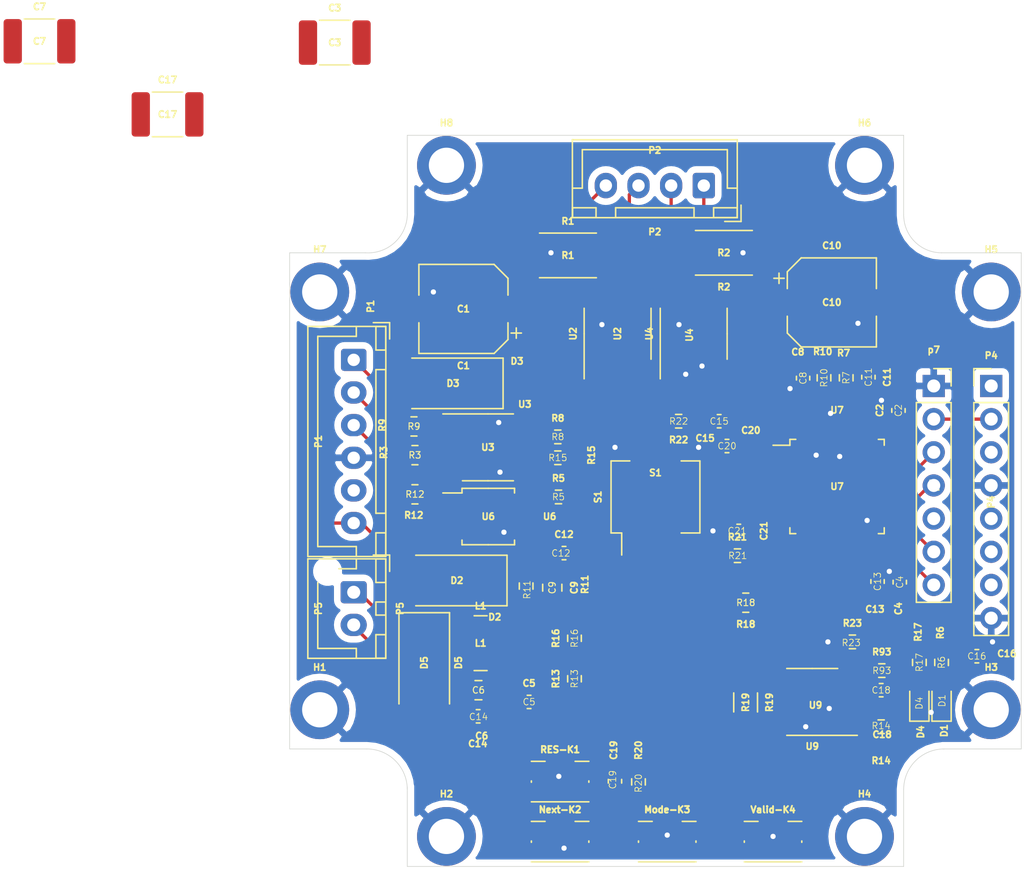
<source format=kicad_pcb>
(kicad_pcb (version 20171130) (host pcbnew 5.1.9)
  (layers (0 F.Cu signal) (31 B.Cu signal) (34 B.Paste user) (35 F.Paste user) (36 B.SilkS user) (37 F.SilkS user) (38 B.Mask user) (39 F.Mask user) (44 Edge.Cuts user))
  (net 0 "")
  (net 1 VSS)
  (net 2 "Net-(C1-Pad1)")
  (net 3 VDD)
  (net 4 +5V)
  (net 5 "Net-(C5-Pad1)")
  (net 6 "Net-(C14-Pad2)")
  (net 7 +3V3)
  (net 8 "Net-(C7-Pad1)")
  (net 9 motordriverU4#PWM)
  (net 10 "Net-(C12-Pad2)")
  (net 11 "Net-(C12-Pad1)")
  (net 12 motordriverU2#PWM)
  (net 13 "Net-(C15-Pad2)")
  (net 14 CAN_EN)
  (net 15 5V)
  (net 16 "Net-(C19-Pad1)")
  (net 17 "Net-(C20-Pad1)")
  (net 18 "Net-(C21-Pad1)")
  (net 19 power)
  (net 20 VMOT)
  (net 21 error)
  (net 22 "Net-(D5-Pad1)")
  (net 23 "Net-(L1-Pad2)")
  (net 24 "Net-(Mode-K3-Pad2)")
  (net 25 "Net-(Next-K2-Pad1)")
  (net 26 "Net-(P1-Pad5)")
  (net 27 EN_IN)
  (net 28 STP_IN)
  (net 29 DIR_IN)
  (net 30 "Net-(P2-Pad4)")
  (net 31 "Net-(P2-Pad3)")
  (net 32 "Net-(P2-Pad2)")
  (net 33 "Net-(P2-Pad1)")
  (net 34 TX1)
  (net 35 RX1)
  (net 36 SWDIO)
  (net 37 SWCLK)
  (net 38 "Net-(P5-Pad2)")
  (net 39 "Net-(P5-Pad1)")
  (net 40 OLED_CS)
  (net 41 OLED_DC)
  (net 42 OLED_RST)
  (net 43 OLED_D1)
  (net 44 OLED_D0)
  (net 45 "Net-(R1-Pad2)")
  (net 46 "Net-(R2-Pad2)")
  (net 47 "Net-(R3-Pad1)")
  (net 48 "Net-(R5-Pad1)")
  (net 49 "Net-(R7-Pad2)")
  (net 50 "Net-(R8-Pad1)")
  (net 51 "Net-(R9-Pad1)")
  (net 52 "Net-(R10-Pad1)")
  (net 53 "Net-(R11-Pad1)")
  (net 54 "Net-(R12-Pad1)")
  (net 55 "Net-(R13-Pad2)")
  (net 56 CAN_TX)
  (net 57 "Net-(R15-Pad1)")
  (net 58 "Net-(R17-Pad2)")
  (net 59 "Net-(R18-Pad2)")
  (net 60 TLE_D)
  (net 61 "Net-(R22-Pad1)")
  (net 62 CAN_RX)
  (net 63 "Net-(R93-Pad1)")
  (net 64 CALIB_SWITCH)
  (net 65 CLOSED_LOOP_SW)
  (net 66 MICROSTEP2_SW)
  (net 67 MICROSTEP1_SW)
  (net 68 motordriverU2#3)
  (net 69 motordriverU2#2)
  (net 70 "Net-(U3-Pad4)")
  (net 71 "Net-(U3-Pad2)")
  (net 72 motordriverU4#3)
  (net 73 motordriverU4#2)
  (net 74 "Net-(U6-Pad2)")
  (net 75 "Net-(U7-Pad19)")
  (net 76 TLE_sck)
  (net 77 TLE_CSQ)
  (net 78 VSSA)
  (net 79 "Net-(U7-Pad4)")
  (net 80 "Net-(U7-Pad3)")
  (net 81 "Net-(U9-Pad5)")
  (module MountingHole:MountingHole_2.7mm_M2.5_ISO14580_Pad_TopBottom (layer F.Cu) (at 133.7 94)
    (fp_text reference H3 (at 0 -3.25) (layer F.SilkS) (effects (font (size 0.5 0.5))))
    (fp_text value MountingHole_Pad)
    (fp_text user %R (at 0.3 0) (layer F.SilkS) (effects (font (size 0.5 0.5))))
    (pad 1 connect circle (at 0 0) (size 4.5 4.5) (layers B.Cu B.Mask) (net 1 VSS))
    (pad 1 connect circle (at 0 0) (size 4.5 4.5) (layers F.Cu F.Mask) (net 1 VSS))
    (pad 1 thru_hole circle (at 0 0) (size 3.1 3.1) (drill 2.7) (layers *.Cu *.Mask) (net 1 VSS))
  )
  (module MountingHole:MountingHole_2.7mm_M2.5_ISO14580_Pad_TopBottom (layer F.Cu) (at 92 52.3)
    (fp_text reference H8 (at 0 -3.25) (layer F.SilkS) (effects (font (size 0.5 0.5))))
    (fp_text value MountingHole_Pad)
    (fp_text user %R (at 0.3 0) (layer F.SilkS) (effects (font (size 0.5 0.5))))
    (pad 1 connect circle (at 0 0) (size 4.5 4.5) (layers B.Cu B.Mask) (net 1 VSS))
    (pad 1 connect circle (at 0 0) (size 4.5 4.5) (layers F.Cu F.Mask) (net 1 VSS))
    (pad 1 thru_hole circle (at 0 0) (size 3.1 3.1) (drill 2.7) (layers *.Cu *.Mask) (net 1 VSS))
  )
  (module MountingHole:MountingHole_2.7mm_M2.5_ISO14580_Pad_TopBottom (layer F.Cu) (at 82.3 62)
    (fp_text reference H7 (at 0 -3.25) (layer F.SilkS) (effects (font (size 0.5 0.5))))
    (fp_text value MountingHole_Pad)
    (fp_text user %R (at 0.3 0) (layer F.SilkS) (effects (font (size 0.5 0.5))))
    (pad 1 connect circle (at 0 0) (size 4.5 4.5) (layers B.Cu B.Mask) (net 1 VSS))
    (pad 1 connect circle (at 0 0) (size 4.5 4.5) (layers F.Cu F.Mask) (net 1 VSS))
    (pad 1 thru_hole circle (at 0 0) (size 3.1 3.1) (drill 2.7) (layers *.Cu *.Mask) (net 1 VSS))
  )
  (module MountingHole:MountingHole_2.7mm_M2.5_ISO14580_Pad_TopBottom (layer F.Cu) (at 124 52.3)
    (fp_text reference H6 (at 0 -3.25) (layer F.SilkS) (effects (font (size 0.5 0.5))))
    (fp_text value MountingHole_Pad)
    (fp_text user %R (at 0.3 0) (layer F.SilkS) (effects (font (size 0.5 0.5))))
    (pad 1 connect circle (at 0 0) (size 4.5 4.5) (layers B.Cu B.Mask) (net 1 VSS))
    (pad 1 connect circle (at 0 0) (size 4.5 4.5) (layers F.Cu F.Mask) (net 1 VSS))
    (pad 1 thru_hole circle (at 0 0) (size 3.1 3.1) (drill 2.7) (layers *.Cu *.Mask) (net 1 VSS))
  )
  (module MountingHole:MountingHole_2.7mm_M2.5_ISO14580_Pad_TopBottom (layer F.Cu) (at 133.7 62)
    (fp_text reference H5 (at 0 -3.25) (layer F.SilkS) (effects (font (size 0.5 0.5))))
    (fp_text value MountingHole_Pad)
    (fp_text user %R (at 0.3 0) (layer F.SilkS) (effects (font (size 0.5 0.5))))
    (pad 1 connect circle (at 0 0) (size 4.5 4.5) (layers B.Cu B.Mask) (net 1 VSS))
    (pad 1 connect circle (at 0 0) (size 4.5 4.5) (layers F.Cu F.Mask) (net 1 VSS))
    (pad 1 thru_hole circle (at 0 0) (size 3.1 3.1) (drill 2.7) (layers *.Cu *.Mask) (net 1 VSS))
  )
  (module MountingHole:MountingHole_2.7mm_M2.5_ISO14580_Pad_TopBottom (layer F.Cu) (at 124 103.7)
    (fp_text reference H4 (at 0 -3.25) (layer F.SilkS) (effects (font (size 0.5 0.5))))
    (fp_text value MountingHole_Pad)
    (fp_text user %R (at 0.3 0) (layer F.SilkS) (effects (font (size 0.5 0.5))))
    (pad 1 connect circle (at 0 0) (size 4.5 4.5) (layers B.Cu B.Mask) (net 1 VSS))
    (pad 1 connect circle (at 0 0) (size 4.5 4.5) (layers F.Cu F.Mask) (net 1 VSS))
    (pad 1 thru_hole circle (at 0 0) (size 3.1 3.1) (drill 2.7) (layers *.Cu *.Mask) (net 1 VSS))
  )
  (module MountingHole:MountingHole_2.7mm_M2.5_ISO14580_Pad_TopBottom (layer F.Cu) (at 92 103.7)
    (fp_text reference H2 (at 0 -3.25) (layer F.SilkS) (effects (font (size 0.5 0.5))))
    (fp_text value MountingHole_Pad)
    (fp_text user %R (at 0.3 0) (layer F.SilkS) (effects (font (size 0.5 0.5))))
    (pad 1 connect circle (at 0 0) (size 4.5 4.5) (layers B.Cu B.Mask) (net 1 VSS))
    (pad 1 connect circle (at 0 0) (size 4.5 4.5) (layers F.Cu F.Mask) (net 1 VSS))
    (pad 1 thru_hole circle (at 0 0) (size 3.1 3.1) (drill 2.7) (layers *.Cu *.Mask) (net 1 VSS))
  )
  (module MountingHole:MountingHole_2.7mm_M2.5_ISO14580_Pad_TopBottom (layer F.Cu) (at 82.3 94)
    (fp_text reference H1 (at 0 -3.25) (layer F.SilkS) (effects (font (size 0.5 0.5))))
    (fp_text value MountingHole_Pad)
    (fp_text user %R (at 0.3 0) (layer F.SilkS) (effects (font (size 0.5 0.5))))
    (pad 1 connect circle (at 0 0) (size 4.5 4.5) (layers B.Cu B.Mask) (net 1 VSS))
    (pad 1 connect circle (at 0 0) (size 4.5 4.5) (layers F.Cu F.Mask) (net 1 VSS))
    (pad 1 thru_hole circle (at 0 0) (size 3.1 3.1) (drill 2.7) (layers *.Cu *.Mask) (net 1 VSS))
  )
  (module Button_Switch_SMD:SW_Push_1P1T-SH_NO_CK_KMR2xxG (layer F.Cu) (at 117 104.1)
    (fp_text reference Valid-K4 (at 0 -2.45) (layer F.SilkS) (effects (font (size 0.5 0.5))))
    (fp_text value SW_Push)
    (fp_text user %R (at 0 -2.45) (layer F.SilkS) (effects (font (size 0.5 0.5))))
    (pad SH smd rect (at 0 -1.425) (size 1.7 0.55) (layers F.Cu F.Paste F.Mask))
    (pad 1 smd rect (at -2.05 -0.8) (size 0.9 1) (layers F.Cu F.Paste F.Mask) (net 1 VSS))
    (pad 2 smd rect (at -2.05 0.8) (size 0.9 1) (layers F.Cu F.Paste F.Mask) (net 75 "Net-(U7-Pad19)"))
    (pad 1 smd rect (at 2.05 -0.8) (size 0.9 1) (layers F.Cu F.Paste F.Mask) (net 1 VSS))
    (pad 2 smd rect (at 2.05 0.8) (size 0.9 1) (layers F.Cu F.Paste F.Mask) (net 75 "Net-(U7-Pad19)"))
  )
  (module Package_SO:SO-8_3.9x4.9mm_P1.27mm (layer F.Cu) (at 120 93.4 180)
    (fp_text reference U9 (at 0 -3.4) (layer F.SilkS) (effects (font (size 0.5 0.5))))
    (fp_text value PCA82C251)
    (fp_text user %R (at -0.25 -0.25) (layer F.SilkS) (effects (font (size 0.5 0.5))))
    (pad 8 smd roundrect (at 2.575 -1.905 180) (size 1.75 0.6) (layers F.Cu F.Paste F.Mask) (net 1 VSS))
    (pad 7 smd roundrect (at 2.575 -0.635 180) (size 1.75 0.6) (layers F.Cu F.Paste F.Mask) (net 38 "Net-(P5-Pad2)"))
    (pad 6 smd roundrect (at 2.575 0.635 180) (size 1.75 0.6) (layers F.Cu F.Paste F.Mask) (net 39 "Net-(P5-Pad1)"))
    (pad 5 smd roundrect (at 2.575 1.905 180) (size 1.75 0.6) (layers F.Cu F.Paste F.Mask) (net 81 "Net-(U9-Pad5)"))
    (pad 4 smd roundrect (at -2.575 1.905 180) (size 1.75 0.6) (layers F.Cu F.Paste F.Mask) (net 63 "Net-(R93-Pad1)"))
    (pad 3 smd roundrect (at -2.575 0.635 180) (size 1.75 0.6) (layers F.Cu F.Paste F.Mask) (net 15 5V))
    (pad 2 smd roundrect (at -2.575 -0.635 180) (size 1.75 0.6) (layers F.Cu F.Paste F.Mask) (net 1 VSS))
    (pad 1 smd roundrect (at -2.575 -1.905 180) (size 1.75 0.6) (layers F.Cu F.Paste F.Mask) (net 56 CAN_TX))
  )
  (module Package_QFP:LQFP-48_7x7mm_P0.5mm (layer F.Cu) (at 121.9 76.9)
    (fp_text reference U7 (at 0 -5.85) (layer F.SilkS) (effects (font (size 0.5 0.5))))
    (fp_text value STM32F103CBTx)
    (fp_text user %R (at 0 0) (layer F.SilkS) (effects (font (size 0.5 0.5))))
    (pad 48 smd roundrect (at -2.75 -4.1625) (size 0.3 1.475) (layers F.Cu F.Paste F.Mask) (net 3 VDD))
    (pad 47 smd roundrect (at -2.25 -4.1625) (size 0.3 1.475) (layers F.Cu F.Paste F.Mask) (net 1 VSS))
    (pad 46 smd roundrect (at -1.75 -4.1625) (size 0.3 1.475) (layers F.Cu F.Paste F.Mask) (net 69 motordriverU2#2))
    (pad 45 smd roundrect (at -1.25 -4.1625) (size 0.3 1.475) (layers F.Cu F.Paste F.Mask) (net 68 motordriverU2#3))
    (pad 44 smd roundrect (at -0.75 -4.1625) (size 0.3 1.475) (layers F.Cu F.Paste F.Mask) (net 61 "Net-(R22-Pad1)"))
    (pad 43 smd roundrect (at -0.25 -4.1625) (size 0.3 1.475) (layers F.Cu F.Paste F.Mask) (net 73 motordriverU4#2))
    (pad 42 smd roundrect (at 0.25 -4.1625) (size 0.3 1.475) (layers F.Cu F.Paste F.Mask) (net 72 motordriverU4#3))
    (pad 41 smd roundrect (at 0.75 -4.1625) (size 0.3 1.475) (layers F.Cu F.Paste F.Mask) (net 52 "Net-(R10-Pad1)"))
    (pad 40 smd roundrect (at 1.25 -4.1625) (size 0.3 1.475) (layers F.Cu F.Paste F.Mask) (net 49 "Net-(R7-Pad2)"))
    (pad 39 smd roundrect (at 1.75 -4.1625) (size 0.3 1.475) (layers F.Cu F.Paste F.Mask) (net 65 CLOSED_LOOP_SW))
    (pad 38 smd roundrect (at 2.25 -4.1625) (size 0.3 1.475) (layers F.Cu F.Paste F.Mask) (net 64 CALIB_SWITCH))
    (pad 37 smd roundrect (at 2.75 -4.1625) (size 0.3 1.475) (layers F.Cu F.Paste F.Mask) (net 37 SWCLK))
    (pad 36 smd roundrect (at 4.1625 -2.75) (size 1.475 0.3) (layers F.Cu F.Paste F.Mask) (net 3 VDD))
    (pad 35 smd roundrect (at 4.1625 -2.25) (size 1.475 0.3) (layers F.Cu F.Paste F.Mask) (net 1 VSS))
    (pad 34 smd roundrect (at 4.1625 -1.75) (size 1.475 0.3) (layers F.Cu F.Paste F.Mask) (net 36 SWDIO))
    (pad 33 smd roundrect (at 4.1625 -1.25) (size 1.475 0.3) (layers F.Cu F.Paste F.Mask) (net 56 CAN_TX))
    (pad 32 smd roundrect (at 4.1625 -0.75) (size 1.475 0.3) (layers F.Cu F.Paste F.Mask) (net 62 CAN_RX))
    (pad 31 smd roundrect (at 4.1625 -0.25) (size 1.475 0.3) (layers F.Cu F.Paste F.Mask) (net 35 RX1))
    (pad 30 smd roundrect (at 4.1625 0.25) (size 1.475 0.3) (layers F.Cu F.Paste F.Mask) (net 34 TX1))
    (pad 29 smd roundrect (at 4.1625 0.75) (size 1.475 0.3) (layers F.Cu F.Paste F.Mask) (net 42 OLED_RST))
    (pad 28 smd roundrect (at 4.1625 1.25) (size 1.475 0.3) (layers F.Cu F.Paste F.Mask) (net 44 OLED_D0))
    (pad 27 smd roundrect (at 4.1625 1.75) (size 1.475 0.3) (layers F.Cu F.Paste F.Mask) (net 43 OLED_D1))
    (pad 26 smd roundrect (at 4.1625 2.25) (size 1.475 0.3) (layers F.Cu F.Paste F.Mask) (net 41 OLED_DC))
    (pad 25 smd roundrect (at 4.1625 2.75) (size 1.475 0.3) (layers F.Cu F.Paste F.Mask) (net 40 OLED_CS))
    (pad 24 smd roundrect (at 2.75 4.1625) (size 0.3 1.475) (layers F.Cu F.Paste F.Mask) (net 3 VDD))
    (pad 23 smd roundrect (at 2.25 4.1625) (size 0.3 1.475) (layers F.Cu F.Paste F.Mask) (net 1 VSS))
    (pad 22 smd roundrect (at 1.75 4.1625) (size 0.3 1.475) (layers F.Cu F.Paste F.Mask) (net 66 MICROSTEP2_SW))
    (pad 21 smd roundrect (at 1.25 4.1625) (size 0.3 1.475) (layers F.Cu F.Paste F.Mask) (net 67 MICROSTEP1_SW))
    (pad 20 smd roundrect (at 0.75 4.1625) (size 0.3 1.475) (layers F.Cu F.Paste F.Mask) (net 14 CAN_EN))
    (pad 19 smd roundrect (at 0.25 4.1625) (size 0.3 1.475) (layers F.Cu F.Paste F.Mask) (net 75 "Net-(U7-Pad19)"))
    (pad 18 smd roundrect (at -0.25 4.1625) (size 0.3 1.475) (layers F.Cu F.Paste F.Mask) (net 24 "Net-(Mode-K3-Pad2)"))
    (pad 17 smd roundrect (at -0.75 4.1625) (size 0.3 1.475) (layers F.Cu F.Paste F.Mask) (net 60 TLE_D))
    (pad 16 smd roundrect (at -1.25 4.1625) (size 0.3 1.475) (layers F.Cu F.Paste F.Mask) (net 60 TLE_D))
    (pad 15 smd roundrect (at -1.75 4.1625) (size 0.3 1.475) (layers F.Cu F.Paste F.Mask) (net 76 TLE_sck))
    (pad 14 smd roundrect (at -2.25 4.1625) (size 0.3 1.475) (layers F.Cu F.Paste F.Mask) (net 77 TLE_CSQ))
    (pad 13 smd roundrect (at -2.75 4.1625) (size 0.3 1.475) (layers F.Cu F.Paste F.Mask) (net 25 "Net-(Next-K2-Pad1)"))
    (pad 12 smd roundrect (at -4.1625 2.75) (size 1.475 0.3) (layers F.Cu F.Paste F.Mask) (net 48 "Net-(R5-Pad1)"))
    (pad 11 smd roundrect (at -4.1625 2.25) (size 1.475 0.3) (layers F.Cu F.Paste F.Mask) (net 57 "Net-(R15-Pad1)"))
    (pad 10 smd roundrect (at -4.1625 1.75) (size 1.475 0.3) (layers F.Cu F.Paste F.Mask) (net 50 "Net-(R8-Pad1)"))
    (pad 9 smd roundrect (at -4.1625 1.25) (size 1.475 0.3) (layers F.Cu F.Paste F.Mask) (net 3 VDD))
    (pad 8 smd roundrect (at -4.1625 0.75) (size 1.475 0.3) (layers F.Cu F.Paste F.Mask) (net 78 VSSA))
    (pad 7 smd roundrect (at -4.1625 0.25) (size 1.475 0.3) (layers F.Cu F.Paste F.Mask) (net 16 "Net-(C19-Pad1)"))
    (pad 6 smd roundrect (at -4.1625 -0.25) (size 1.475 0.3) (layers F.Cu F.Paste F.Mask) (net 18 "Net-(C21-Pad1)"))
    (pad 5 smd roundrect (at -4.1625 -0.75) (size 1.475 0.3) (layers F.Cu F.Paste F.Mask) (net 17 "Net-(C20-Pad1)"))
    (pad 4 smd roundrect (at -4.1625 -1.25) (size 1.475 0.3) (layers F.Cu F.Paste F.Mask) (net 79 "Net-(U7-Pad4)"))
    (pad 3 smd roundrect (at -4.1625 -1.75) (size 1.475 0.3) (layers F.Cu F.Paste F.Mask) (net 80 "Net-(U7-Pad3)"))
    (pad 2 smd roundrect (at -4.1625 -2.25) (size 1.475 0.3) (layers F.Cu F.Paste F.Mask) (net 58 "Net-(R17-Pad2)"))
    (pad 1 smd roundrect (at -4.1625 -2.75) (size 1.475 0.3) (layers F.Cu F.Paste F.Mask) (net 3 VDD))
  )
  (module Package_SO:SOP-4_3.8x4.1mm_P2.54mm (layer F.Cu) (at 95.2 79.2)
    (fp_text reference U6 (at 4.7 0) (layer F.SilkS) (effects (font (size 0.5 0.5))))
    (fp_text value EL357NC)
    (fp_text user %R (at 0 0) (layer F.SilkS) (effects (font (size 0.5 0.5) (thickness 0.14))))
    (pad 4 smd roundrect (at 2.75 -1.27) (size 1.45 0.55) (layers F.Cu F.Paste F.Mask) (net 48 "Net-(R5-Pad1)"))
    (pad 3 smd roundrect (at 2.75 1.27) (size 1.45 0.55) (layers F.Cu F.Paste F.Mask) (net 1 VSS))
    (pad 2 smd roundrect (at -2.75 1.27) (size 1.45 0.55) (layers F.Cu F.Paste F.Mask) (net 74 "Net-(U6-Pad2)"))
    (pad 1 smd roundrect (at -2.75 -1.27) (size 1.45 0.55) (layers F.Cu F.Paste F.Mask) (net 54 "Net-(R12-Pad1)"))
  )
  (module Package_SO:SOIC-8-1EP_3.9x4.9mm_P1.27mm_EP2.41x3.3mm (layer F.Cu) (at 110.925 65.2 90)
    (fp_text reference U4 (at 0 -3.4 90) (layer F.SilkS) (effects (font (size 0.5 0.5))))
    (fp_text value A4950E)
    (fp_text user %R (at -0.1 -0.325 90) (layer F.SilkS) (effects (font (size 0.5 0.5))))
    (pad 9 smd rect (at 0 0 90) (size 2.41 3.3) (layers F.Cu F.Mask) (net 1 VSS))
    (pad 8 smd roundrect (at 2.475 -1.905 90) (size 1.95 0.6) (layers F.Cu F.Paste F.Mask) (net 32 "Net-(P2-Pad2)"))
    (pad 7 smd roundrect (at 2.475 -0.635 90) (size 1.95 0.6) (layers F.Cu F.Paste F.Mask) (net 46 "Net-(R2-Pad2)"))
    (pad 6 smd roundrect (at 2.475 0.635 90) (size 1.95 0.6) (layers F.Cu F.Paste F.Mask) (net 33 "Net-(P2-Pad1)"))
    (pad 5 smd roundrect (at 2.475 1.905 90) (size 1.95 0.6) (layers F.Cu F.Paste F.Mask) (net 2 "Net-(C1-Pad1)"))
    (pad 4 smd roundrect (at -2.475 1.905 90) (size 1.95 0.6) (layers F.Cu F.Paste F.Mask) (net 9 motordriverU4#PWM))
    (pad 3 smd roundrect (at -2.475 0.635 90) (size 1.95 0.6) (layers F.Cu F.Paste F.Mask) (net 72 motordriverU4#3))
    (pad 2 smd roundrect (at -2.475 -0.635 90) (size 1.95 0.6) (layers F.Cu F.Paste F.Mask) (net 73 motordriverU4#2))
    (pad 1 smd roundrect (at -2.475 -1.905 90) (size 1.95 0.6) (layers F.Cu F.Paste F.Mask) (net 1 VSS))
  )
  (module Package_SO:SOP-8_3.9x4.9mm_P1.27mm (layer F.Cu) (at 95.175 73.9)
    (fp_text reference U3 (at 2.825 -3.3) (layer F.SilkS) (effects (font (size 0.5 0.5))))
    (fp_text value EL-0631)
    (fp_text user %R (at 0 0) (layer F.SilkS) (effects (font (size 0.5 0.5))))
    (pad 8 smd roundrect (at 2.625 -1.905) (size 1.65 0.6) (layers F.Cu F.Paste F.Mask) (net 1 VSS))
    (pad 7 smd roundrect (at 2.625 -0.635) (size 1.65 0.6) (layers F.Cu F.Paste F.Mask) (net 50 "Net-(R8-Pad1)"))
    (pad 6 smd roundrect (at 2.625 0.635) (size 1.65 0.6) (layers F.Cu F.Paste F.Mask) (net 57 "Net-(R15-Pad1)"))
    (pad 5 smd roundrect (at 2.625 1.905) (size 1.65 0.6) (layers F.Cu F.Paste F.Mask) (net 1 VSS))
    (pad 4 smd roundrect (at -2.625 1.905) (size 1.65 0.6) (layers F.Cu F.Paste F.Mask) (net 70 "Net-(U3-Pad4)"))
    (pad 3 smd roundrect (at -2.625 0.635) (size 1.65 0.6) (layers F.Cu F.Paste F.Mask) (net 51 "Net-(R9-Pad1)"))
    (pad 2 smd roundrect (at -2.625 -0.635) (size 1.65 0.6) (layers F.Cu F.Paste F.Mask) (net 71 "Net-(U3-Pad2)"))
    (pad 1 smd roundrect (at -2.625 -1.905) (size 1.65 0.6) (layers F.Cu F.Paste F.Mask) (net 47 "Net-(R3-Pad1)"))
  )
  (module Package_SO:SOIC-8-1EP_3.9x4.9mm_P1.27mm_EP2.41x3.3mm (layer F.Cu) (at 105.1 65.2 90)
    (fp_text reference U2 (at 0 -3.4 90) (layer F.SilkS) (effects (font (size 0.5 0.5))))
    (fp_text value A4950E)
    (fp_text user %R (at 0 0 90) (layer F.SilkS) (effects (font (size 0.5 0.5))))
    (pad 9 smd rect (at 0 0 90) (size 2.41 3.3) (layers F.Cu F.Mask) (net 1 VSS))
    (pad 8 smd roundrect (at 2.475 -1.905 90) (size 1.95 0.6) (layers F.Cu F.Paste F.Mask) (net 30 "Net-(P2-Pad4)"))
    (pad 7 smd roundrect (at 2.475 -0.635 90) (size 1.95 0.6) (layers F.Cu F.Paste F.Mask) (net 45 "Net-(R1-Pad2)"))
    (pad 6 smd roundrect (at 2.475 0.635 90) (size 1.95 0.6) (layers F.Cu F.Paste F.Mask) (net 31 "Net-(P2-Pad3)"))
    (pad 5 smd roundrect (at 2.475 1.905 90) (size 1.95 0.6) (layers F.Cu F.Paste F.Mask) (net 2 "Net-(C1-Pad1)"))
    (pad 4 smd roundrect (at -2.475 1.905 90) (size 1.95 0.6) (layers F.Cu F.Paste F.Mask) (net 12 motordriverU2#PWM))
    (pad 3 smd roundrect (at -2.475 0.635 90) (size 1.95 0.6) (layers F.Cu F.Paste F.Mask) (net 68 motordriverU2#3))
    (pad 2 smd roundrect (at -2.475 -0.635 90) (size 1.95 0.6) (layers F.Cu F.Paste F.Mask) (net 69 motordriverU2#2))
    (pad 1 smd roundrect (at -2.475 -1.905 90) (size 1.95 0.6) (layers F.Cu F.Paste F.Mask) (net 1 VSS))
  )
  (module Button_Switch_SMD:SW_DIP_SPSTx04_Slide_KingTek_DSHP04TS_W7.62mm_P1.27mm (layer F.Cu) (at 108 77.7 90)
    (fp_text reference S1 (at 0 -4.4 90) (layer F.SilkS) (effects (font (size 0.5 0.5))))
    (fp_text value SW_DIP_x04)
    (fp_text user %R (at 1.85 0) (layer F.SilkS) (effects (font (size 0.5 0.5) (thickness 0.12))))
    (pad 8 smd rect (at 3.81 -1.905 90) (size 1.27 0.76) (layers F.Cu F.Paste F.Mask) (net 1 VSS))
    (pad 4 smd rect (at -3.81 1.905 90) (size 1.27 0.76) (layers F.Cu F.Paste F.Mask) (net 64 CALIB_SWITCH))
    (pad 7 smd rect (at 3.81 -0.635 90) (size 1.27 0.76) (layers F.Cu F.Paste F.Mask) (net 1 VSS))
    (pad 3 smd rect (at -3.81 0.635 90) (size 1.27 0.76) (layers F.Cu F.Paste F.Mask) (net 65 CLOSED_LOOP_SW))
    (pad 6 smd rect (at 3.81 0.635 90) (size 1.27 0.76) (layers F.Cu F.Paste F.Mask) (net 1 VSS))
    (pad 2 smd rect (at -3.81 -0.635 90) (size 1.27 0.76) (layers F.Cu F.Paste F.Mask) (net 66 MICROSTEP2_SW))
    (pad 5 smd rect (at 3.81 1.905 90) (size 1.27 0.76) (layers F.Cu F.Paste F.Mask) (net 1 VSS))
    (pad 1 smd rect (at -3.81 -1.905 90) (size 1.27 0.76) (layers F.Cu F.Paste F.Mask) (net 67 MICROSTEP1_SW))
  )
  (module Button_Switch_SMD:SW_Push_1P1T-SH_NO_CK_KMR2xxG (layer F.Cu) (at 100.7 99.5)
    (fp_text reference RES-K1 (at 0 -2.45) (layer F.SilkS) (effects (font (size 0.5 0.5))))
    (fp_text value SW_Push)
    (fp_text user %R (at 0 -2.45) (layer F.SilkS) (effects (font (size 0.5 0.5))))
    (pad SH smd rect (at 0 -1.425) (size 1.7 0.55) (layers F.Cu F.Paste F.Mask))
    (pad 1 smd rect (at -2.05 -0.8) (size 0.9 1) (layers F.Cu F.Paste F.Mask) (net 1 VSS))
    (pad 2 smd rect (at -2.05 0.8) (size 0.9 1) (layers F.Cu F.Paste F.Mask) (net 16 "Net-(C19-Pad1)"))
    (pad 1 smd rect (at 2.05 -0.8) (size 0.9 1) (layers F.Cu F.Paste F.Mask) (net 1 VSS))
    (pad 2 smd rect (at 2.05 0.8) (size 0.9 1) (layers F.Cu F.Paste F.Mask) (net 16 "Net-(C19-Pad1)"))
  )
  (module Resistor_SMD:R_0603_1608Metric (layer F.Cu) (at 125.325 91)
    (fp_text reference R93 (at 0 -1.43) (layer F.SilkS) (effects (font (size 0.5 0.5))))
    (fp_text value 1kR)
    (fp_text user %R (at 0 0) (layer F.SilkS) (effects (font (size 0.5 0.5) (thickness 0.06))))
    (pad 2 smd roundrect (at 0.825 0) (size 0.8 0.95) (layers F.Cu F.Paste F.Mask) (net 62 CAN_RX))
    (pad 1 smd roundrect (at -0.825 0) (size 0.8 0.95) (layers F.Cu F.Paste F.Mask) (net 63 "Net-(R93-Pad1)"))
  )
  (module Resistor_SMD:R_0603_1608Metric (layer F.Cu) (at 123.075 88.8)
    (fp_text reference R23 (at 0 -1.43) (layer F.SilkS) (effects (font (size 0.5 0.5))))
    (fp_text value ?R)
    (fp_text user %R (at -0.09 0.07) (layer F.SilkS) (effects (font (size 0.5 0.5) (thickness 0.06))))
    (pad 2 smd roundrect (at 0.825 0) (size 0.8 0.95) (layers F.Cu F.Paste F.Mask) (net 14 CAN_EN))
    (pad 1 smd roundrect (at -0.825 0) (size 0.8 0.95) (layers F.Cu F.Paste F.Mask) (net 1 VSS))
  )
  (module Resistor_SMD:R_0603_1608Metric (layer F.Cu) (at 109.775 71.9 180)
    (fp_text reference R22 (at 0 -1.43) (layer F.SilkS) (effects (font (size 0.5 0.5))))
    (fp_text value ?R)
    (fp_text user %R (at 0 0) (layer F.SilkS) (effects (font (size 0.5 0.5) (thickness 0.06))))
    (pad 2 smd roundrect (at 0.825 0 180) (size 0.8 0.95) (layers F.Cu F.Paste F.Mask) (net 13 "Net-(C15-Pad2)"))
    (pad 1 smd roundrect (at -0.825 0 180) (size 0.8 0.95) (layers F.Cu F.Paste F.Mask) (net 61 "Net-(R22-Pad1)"))
  )
  (module Resistor_SMD:R_0603_1608Metric (layer F.Cu) (at 114.275 82.2)
    (fp_text reference R21 (at 0 -1.43) (layer F.SilkS) (effects (font (size 0.5 0.5))))
    (fp_text value ?R)
    (fp_text user %R (at 0.02 0 180) (layer F.SilkS) (effects (font (size 0.5 0.5) (thickness 0.06))))
    (pad 2 smd roundrect (at 0.825 0) (size 0.8 0.95) (layers F.Cu F.Paste F.Mask) (net 18 "Net-(C21-Pad1)"))
    (pad 1 smd roundrect (at -0.825 0) (size 0.8 0.95) (layers F.Cu F.Paste F.Mask) (net 17 "Net-(C20-Pad1)"))
  )
  (module Resistor_SMD:R_0603_1608Metric (layer F.Cu) (at 106.7 99.525 90)
    (fp_text reference R20 (at 2.425 0 90) (layer F.SilkS) (effects (font (size 0.5 0.5))))
    (fp_text value 1kR)
    (fp_text user %R (at -0.1 0 90) (layer F.SilkS) (effects (font (size 0.5 0.5) (thickness 0.06))))
    (pad 2 smd roundrect (at 0.825 0 90) (size 0.8 0.95) (layers F.Cu F.Paste F.Mask) (net 3 VDD))
    (pad 1 smd roundrect (at -0.825 0 90) (size 0.8 0.95) (layers F.Cu F.Paste F.Mask) (net 16 "Net-(C19-Pad1)"))
  )
  (module Resistor_SMD:R_1206_3216Metric (layer F.Cu) (at 114.9 93.4375 270)
    (fp_text reference R19 (at 0 -1.82 90) (layer F.SilkS) (effects (font (size 0.5 0.5))))
    (fp_text value ?R)
    (fp_text user %R (at 0 0 90) (layer F.SilkS) (effects (font (size 0.5 0.5) (thickness 0.12))))
    (pad 2 smd roundrect (at 1.4625 0 270) (size 1.125 1.75) (layers F.Cu F.Paste F.Mask) (roundrect_rratio 0.222222) (net 38 "Net-(P5-Pad2)"))
    (pad 1 smd roundrect (at -1.4625 0 270) (size 1.125 1.75) (layers F.Cu F.Paste F.Mask) (roundrect_rratio 0.222222) (net 39 "Net-(P5-Pad1)"))
  )
  (module Resistor_SMD:R_0805_2012Metric (layer F.Cu) (at 114.9125 85.8 180)
    (fp_text reference R18 (at 0 -1.65) (layer F.SilkS) (effects (font (size 0.5 0.5))))
    (fp_text value ?R)
    (fp_text user %R (at 0 0) (layer F.SilkS) (effects (font (size 0.5 0.5) (thickness 0.08))))
    (pad 2 smd roundrect (at 0.9125 0 180) (size 1.025 1.4) (layers F.Cu F.Paste F.Mask) (roundrect_rratio 0.243902) (net 59 "Net-(R18-Pad2)"))
    (pad 1 smd roundrect (at -0.9125 0 180) (size 1.025 1.4) (layers F.Cu F.Paste F.Mask) (roundrect_rratio 0.243902) (net 60 TLE_D))
  )
  (module Resistor_SMD:R_0603_1608Metric (layer F.Cu) (at 128.2 90.375 90)
    (fp_text reference R17 (at 2.325 -0.1 90) (layer F.SilkS) (effects (font (size 0.5 0.5))))
    (fp_text value ?R)
    (fp_text user %R (at 0 0 90) (layer F.SilkS) (effects (font (size 0.5 0.5) (thickness 0.06))))
    (pad 2 smd roundrect (at 0.825 0 90) (size 0.8 0.95) (layers F.Cu F.Paste F.Mask) (net 58 "Net-(R17-Pad2)"))
    (pad 1 smd roundrect (at -0.825 0 90) (size 0.8 0.95) (layers F.Cu F.Paste F.Mask) (net 21 error))
  )
  (module Resistor_SMD:R_0603_1608Metric (layer F.Cu) (at 101.8 88.525 90)
    (fp_text reference R16 (at 0 -1.43 90) (layer F.SilkS) (effects (font (size 0.5 0.5))))
    (fp_text value ?R)
    (fp_text user %R (at 0 0 90) (layer F.SilkS) (effects (font (size 0.5 0.5) (thickness 0.06))))
    (pad 2 smd roundrect (at 0.825 0 90) (size 0.8 0.95) (layers F.Cu F.Paste F.Mask) (net 8 "Net-(C7-Pad1)"))
    (pad 1 smd roundrect (at -0.825 0 90) (size 0.8 0.95) (layers F.Cu F.Paste F.Mask) (net 55 "Net-(R13-Pad2)"))
  )
  (module Resistor_SMD:R_0603_1608Metric (layer F.Cu) (at 100.525 74.7)
    (fp_text reference R15 (at 2.575 -0.2 90) (layer F.SilkS) (effects (font (size 0.5 0.5))))
    (fp_text value ?R)
    (fp_text user %R (at 0 0) (layer F.SilkS) (effects (font (size 0.5 0.5) (thickness 0.06))))
    (pad 2 smd roundrect (at 0.825 0) (size 0.8 0.95) (layers F.Cu F.Paste F.Mask) (net 3 VDD))
    (pad 1 smd roundrect (at -0.825 0) (size 0.8 0.95) (layers F.Cu F.Paste F.Mask) (net 57 "Net-(R15-Pad1)"))
  )
  (module Resistor_SMD:R_0603_1608Metric (layer F.Cu) (at 125.275 95.3 180)
    (fp_text reference R14 (at 0 -2.6) (layer F.SilkS) (effects (font (size 0.5 0.5))))
    (fp_text value ?R)
    (fp_text user %R (at 0 0.07) (layer F.SilkS) (effects (font (size 0.5 0.5) (thickness 0.06))))
    (pad 2 smd roundrect (at 0.825 0 180) (size 0.8 0.95) (layers F.Cu F.Paste F.Mask) (net 56 CAN_TX))
    (pad 1 smd roundrect (at -0.825 0 180) (size 0.8 0.95) (layers F.Cu F.Paste F.Mask) (net 7 +3V3))
  )
  (module Resistor_SMD:R_0603_1608Metric (layer F.Cu) (at 101.8 91.625 90)
    (fp_text reference R13 (at 0 -1.43 90) (layer F.SilkS) (effects (font (size 0.5 0.5))))
    (fp_text value ?R)
    (fp_text user %R (at 0 0 90) (layer F.SilkS) (effects (font (size 0.5 0.5) (thickness 0.06))))
    (pad 2 smd roundrect (at 0.825 0 90) (size 0.8 0.95) (layers F.Cu F.Paste F.Mask) (net 55 "Net-(R13-Pad2)"))
    (pad 1 smd roundrect (at -0.825 0 90) (size 0.8 0.95) (layers F.Cu F.Paste F.Mask) (net 4 +5V))
  )
  (module Resistor_SMD:R_0805_2012Metric (layer F.Cu) (at 89.5875 77.5 180)
    (fp_text reference R12 (at 0.0875 -1.6) (layer F.SilkS) (effects (font (size 0.5 0.5))))
    (fp_text value ?R)
    (fp_text user %R (at 0 0) (layer F.SilkS) (effects (font (size 0.5 0.5) (thickness 0.08))))
    (pad 2 smd roundrect (at 0.9125 0 180) (size 1.025 1.4) (layers F.Cu F.Paste F.Mask) (roundrect_rratio 0.243902) (net 27 EN_IN))
    (pad 1 smd roundrect (at -0.9125 0 180) (size 1.025 1.4) (layers F.Cu F.Paste F.Mask) (roundrect_rratio 0.243902) (net 54 "Net-(R12-Pad1)"))
  )
  (module Resistor_SMD:R_0603_1608Metric (layer F.Cu) (at 98.1 84.525 90)
    (fp_text reference R11 (at 0.125 4.5 270) (layer F.SilkS) (effects (font (size 0.5 0.5))))
    (fp_text value ?R)
    (fp_text user %R (at -0.28 0.07 90) (layer F.SilkS) (effects (font (size 0.5 0.5) (thickness 0.06))))
    (pad 2 smd roundrect (at 0.825 0 90) (size 0.8 0.95) (layers F.Cu F.Paste F.Mask) (net 11 "Net-(C12-Pad1)"))
    (pad 1 smd roundrect (at -0.825 0 90) (size 0.8 0.95) (layers F.Cu F.Paste F.Mask) (net 53 "Net-(R11-Pad1)"))
  )
  (module Resistor_SMD:R_0603_1608Metric (layer F.Cu) (at 120.9 68.575 90)
    (fp_text reference R10 (at 2 -0.1 180) (layer F.SilkS) (effects (font (size 0.5 0.5))))
    (fp_text value ?R)
    (fp_text user %R (at 0 0 90) (layer F.SilkS) (effects (font (size 0.5 0.5) (thickness 0.06))))
    (pad 2 smd roundrect (at 0.825 0 90) (size 0.8 0.95) (layers F.Cu F.Paste F.Mask) (net 9 motordriverU4#PWM))
    (pad 1 smd roundrect (at -0.825 0 90) (size 0.8 0.95) (layers F.Cu F.Paste F.Mask) (net 52 "Net-(R10-Pad1)"))
  )
  (module Resistor_SMD:R_0805_2012Metric (layer F.Cu) (at 89.5125 72.3 180)
    (fp_text reference R9 (at 2.4125 0.1 90) (layer F.SilkS) (effects (font (size 0.5 0.5))))
    (fp_text value ?R)
    (fp_text user %R (at 0 0) (layer F.SilkS) (effects (font (size 0.5 0.5) (thickness 0.08))))
    (pad 2 smd roundrect (at 0.9125 0 180) (size 1.025 1.4) (layers F.Cu F.Paste F.Mask) (roundrect_rratio 0.243902) (net 29 DIR_IN))
    (pad 1 smd roundrect (at -0.9125 0 180) (size 1.025 1.4) (layers F.Cu F.Paste F.Mask) (roundrect_rratio 0.243902) (net 51 "Net-(R9-Pad1)"))
  )
  (module Resistor_SMD:R_0603_1608Metric (layer F.Cu) (at 100.525 73.1)
    (fp_text reference R8 (at 0 -1.43) (layer F.SilkS) (effects (font (size 0.5 0.5))))
    (fp_text value ?R)
    (fp_text user %R (at 0 0) (layer F.SilkS) (effects (font (size 0.5 0.5) (thickness 0.06))))
    (pad 2 smd roundrect (at 0.825 0) (size 0.8 0.95) (layers F.Cu F.Paste F.Mask) (net 3 VDD))
    (pad 1 smd roundrect (at -0.825 0) (size 0.8 0.95) (layers F.Cu F.Paste F.Mask) (net 50 "Net-(R8-Pad1)"))
  )
  (module Resistor_SMD:R_0603_1608Metric (layer F.Cu) (at 122.6 68.575 270)
    (fp_text reference R7 (at -1.9 0.2 180) (layer F.SilkS) (effects (font (size 0.5 0.5))))
    (fp_text value ?R)
    (fp_text user %R (at 0 0 90) (layer F.SilkS) (effects (font (size 0.5 0.5) (thickness 0.06))))
    (pad 2 smd roundrect (at 0.825 0 270) (size 0.8 0.95) (layers F.Cu F.Paste F.Mask) (net 49 "Net-(R7-Pad2)"))
    (pad 1 smd roundrect (at -0.825 0 270) (size 0.8 0.95) (layers F.Cu F.Paste F.Mask) (net 12 motordriverU2#PWM))
  )
  (module Resistor_SMD:R_0603_1608Metric (layer F.Cu) (at 129.9 90.375 90)
    (fp_text reference R6 (at 2.275 -0.1 90) (layer F.SilkS) (effects (font (size 0.5 0.5))))
    (fp_text value ?R)
    (fp_text user %R (at 0 0 90) (layer F.SilkS) (effects (font (size 0.5 0.5) (thickness 0.06))))
    (pad 2 smd roundrect (at 0.825 0 90) (size 0.8 0.95) (layers F.Cu F.Paste F.Mask) (net 3 VDD))
    (pad 1 smd roundrect (at -0.825 0 90) (size 0.8 0.95) (layers F.Cu F.Paste F.Mask) (net 19 power))
  )
  (module Resistor_SMD:R_0603_1608Metric (layer F.Cu) (at 100.575 77.7)
    (fp_text reference R5 (at 0 -1.43) (layer F.SilkS) (effects (font (size 0.5 0.5))))
    (fp_text value ?R)
    (fp_text user %R (at 0 0) (layer F.SilkS) (effects (font (size 0.5 0.5) (thickness 0.06))))
    (pad 2 smd roundrect (at 0.825 0) (size 0.8 0.95) (layers F.Cu F.Paste F.Mask) (net 3 VDD))
    (pad 1 smd roundrect (at -0.825 0) (size 0.8 0.95) (layers F.Cu F.Paste F.Mask) (net 48 "Net-(R5-Pad1)"))
  )
  (module Resistor_SMD:R_0805_2012Metric (layer F.Cu) (at 89.5875 74.5 180)
    (fp_text reference R3 (at 2.3875 0.2 90) (layer F.SilkS) (effects (font (size 0.5 0.5))))
    (fp_text value ?R)
    (fp_text user %R (at 0 0) (layer F.SilkS) (effects (font (size 0.5 0.5) (thickness 0.08))))
    (pad 2 smd roundrect (at 0.9125 0 180) (size 1.025 1.4) (layers F.Cu F.Paste F.Mask) (roundrect_rratio 0.243902) (net 28 STP_IN))
    (pad 1 smd roundrect (at -0.9125 0 180) (size 1.025 1.4) (layers F.Cu F.Paste F.Mask) (roundrect_rratio 0.243902) (net 47 "Net-(R3-Pad1)"))
  )
  (module Resistor_SMD:R_2512_6332Metric (layer F.Cu) (at 113.2375 59 180)
    (fp_text reference R2 (at 0 -2.62) (layer F.SilkS) (effects (font (size 0.5 0.5))))
    (fp_text value 0.1R)
    (fp_text user %R (at 0 0) (layer F.SilkS) (effects (font (size 0.5 0.5))))
    (pad 2 smd roundrect (at 2.9625 0 180) (size 1.225 3.35) (layers F.Cu F.Paste F.Mask) (roundrect_rratio 0.204082) (net 46 "Net-(R2-Pad2)"))
    (pad 1 smd roundrect (at -2.9625 0 180) (size 1.225 3.35) (layers F.Cu F.Paste F.Mask) (roundrect_rratio 0.204082) (net 1 VSS))
  )
  (module Resistor_SMD:R_2512_6332Metric (layer F.Cu) (at 101.3 59.2)
    (fp_text reference R1 (at 0 -2.62) (layer F.SilkS) (effects (font (size 0.5 0.5))))
    (fp_text value 0.1R)
    (fp_text user %R (at 0 0) (layer F.SilkS) (effects (font (size 0.5 0.5))))
    (pad 2 smd roundrect (at 2.9625 0) (size 1.225 3.35) (layers F.Cu F.Paste F.Mask) (roundrect_rratio 0.204082) (net 45 "Net-(R1-Pad2)"))
    (pad 1 smd roundrect (at -2.9625 0) (size 1.225 3.35) (layers F.Cu F.Paste F.Mask) (roundrect_rratio 0.204082) (net 1 VSS))
  )
  (module Connector_PinSocket_2.54mm:PinSocket_1x07_P2.54mm_Vertical (layer F.Cu) (at 129.3 69.2)
    (fp_text reference p7 (at 0 -2.77) (layer F.SilkS) (effects (font (size 0.5 0.5))))
    (fp_text value Conn_01x08)
    (fp_text user %R (at 0 7.62 90) (layer F.SilkS) (effects (font (size 0.5 0.5))))
    (pad 7 thru_hole oval (at 0 15.24) (size 1.7 1.7) (drill 1) (layers *.Cu *.Mask) (net 40 OLED_CS))
    (pad 6 thru_hole oval (at 0 12.7) (size 1.7 1.7) (drill 1) (layers *.Cu *.Mask) (net 41 OLED_DC))
    (pad 5 thru_hole oval (at 0 10.16) (size 1.7 1.7) (drill 1) (layers *.Cu *.Mask) (net 42 OLED_RST))
    (pad 4 thru_hole oval (at 0 7.62) (size 1.7 1.7) (drill 1) (layers *.Cu *.Mask) (net 43 OLED_D1))
    (pad 3 thru_hole oval (at 0 5.08) (size 1.7 1.7) (drill 1) (layers *.Cu *.Mask) (net 44 OLED_D0))
    (pad 2 thru_hole oval (at 0 2.54) (size 1.7 1.7) (drill 1) (layers *.Cu *.Mask) (net 7 +3V3))
    (pad 1 thru_hole rect (at 0 0) (size 1.7 1.7) (drill 1) (layers *.Cu *.Mask) (net 1 VSS))
  )
  (module Connector_JST:JST_XH_B2B-XH-AM_1x02_P2.50mm_Vertical (layer F.Cu) (at 84.9 85 270)
    (fp_text reference P5 (at 1.25 -3.55 90) (layer F.SilkS) (effects (font (size 0.5 0.5))))
    (fp_text value Conn_01x02)
    (fp_text user %R (at 1.25 2.7 90) (layer F.SilkS) (effects (font (size 0.5 0.5))))
    (pad "" np_thru_hole circle (at -1.6 2 270) (size 1.2 1.2) (drill 1.2) (layers *.Cu *.Mask))
    (pad 2 thru_hole oval (at 2.5 0 270) (size 1.7 2) (drill 1) (layers *.Cu *.Mask) (net 38 "Net-(P5-Pad2)"))
    (pad 1 thru_hole roundrect (at 0 0 270) (size 1.7 2) (drill 1) (layers *.Cu *.Mask) (roundrect_rratio 0.147059) (net 39 "Net-(P5-Pad1)"))
  )
  (module Connector_PinHeader_2.54mm:PinHeader_1x08_P2.54mm_Vertical (layer F.Cu) (at 133.7 69.2)
    (fp_text reference P4 (at 0 -2.33) (layer F.SilkS) (effects (font (size 0.5 0.5))))
    (fp_text value Conn_01x08)
    (fp_text user %R (at 0 8.89 90) (layer F.SilkS) (effects (font (size 0.5 0.5))))
    (pad 8 thru_hole oval (at 0 17.78) (size 1.7 1.7) (drill 1) (layers *.Cu *.Mask) (net 1 VSS))
    (pad 7 thru_hole oval (at 0 15.24) (size 1.7 1.7) (drill 1) (layers *.Cu *.Mask) (net 34 TX1))
    (pad 6 thru_hole oval (at 0 12.7) (size 1.7 1.7) (drill 1) (layers *.Cu *.Mask) (net 35 RX1))
    (pad 5 thru_hole oval (at 0 10.16) (size 1.7 1.7) (drill 1) (layers *.Cu *.Mask) (net 7 +3V3))
    (pad 4 thru_hole oval (at 0 7.62) (size 1.7 1.7) (drill 1) (layers *.Cu *.Mask) (net 1 VSS))
    (pad 3 thru_hole oval (at 0 5.08) (size 1.7 1.7) (drill 1) (layers *.Cu *.Mask) (net 36 SWDIO))
    (pad 2 thru_hole oval (at 0 2.54) (size 1.7 1.7) (drill 1) (layers *.Cu *.Mask) (net 7 +3V3))
    (pad 1 thru_hole rect (at 0 0) (size 1.7 1.7) (drill 1) (layers *.Cu *.Mask) (net 37 SWCLK))
  )
  (module Connector_JST:JST_XH_B4B-XH-A_1x04_P2.50mm_Vertical (layer F.Cu) (at 111.7 53.85 180)
    (fp_text reference P2 (at 3.75 -3.55) (layer F.SilkS) (effects (font (size 0.5 0.5))))
    (fp_text value Conn_01x04)
    (fp_text user %R (at 3.75 2.7) (layer F.SilkS) (effects (font (size 0.5 0.5))))
    (pad 4 thru_hole oval (at 7.5 0 180) (size 1.7 1.95) (drill 0.95) (layers *.Cu *.Mask) (net 30 "Net-(P2-Pad4)"))
    (pad 3 thru_hole oval (at 5 0 180) (size 1.7 1.95) (drill 0.95) (layers *.Cu *.Mask) (net 31 "Net-(P2-Pad3)"))
    (pad 2 thru_hole oval (at 2.5 0 180) (size 1.7 1.95) (drill 0.95) (layers *.Cu *.Mask) (net 32 "Net-(P2-Pad2)"))
    (pad 1 thru_hole roundrect (at 0 0 180) (size 1.7 1.95) (drill 0.95) (layers *.Cu *.Mask) (roundrect_rratio 0.147059) (net 33 "Net-(P2-Pad1)"))
  )
  (module Connector_JST:JST_XH_B6B-XH-A_1x06_P2.50mm_Vertical (layer F.Cu) (at 84.9 67.2 270)
    (fp_text reference P1 (at -4.1 -1.3 90) (layer F.SilkS) (effects (font (size 0.5 0.5))))
    (fp_text value Conn_01x06)
    (fp_text user %R (at 6.25 2.7 90) (layer F.SilkS) (effects (font (size 0.5 0.5))))
    (pad 6 thru_hole oval (at 12.5 0 270) (size 1.7 1.95) (drill 0.95) (layers *.Cu *.Mask) (net 20 VMOT))
    (pad 5 thru_hole oval (at 10 0 270) (size 1.7 1.95) (drill 0.95) (layers *.Cu *.Mask) (net 26 "Net-(P1-Pad5)"))
    (pad 4 thru_hole oval (at 7.5 0 270) (size 1.7 1.95) (drill 0.95) (layers *.Cu *.Mask) (net 1 VSS))
    (pad 3 thru_hole oval (at 5 0 270) (size 1.7 1.95) (drill 0.95) (layers *.Cu *.Mask) (net 27 EN_IN))
    (pad 2 thru_hole oval (at 2.5 0 270) (size 1.7 1.95) (drill 0.95) (layers *.Cu *.Mask) (net 28 STP_IN))
    (pad 1 thru_hole roundrect (at 0 0 270) (size 1.7 1.95) (drill 0.95) (layers *.Cu *.Mask) (roundrect_rratio 0.147059) (net 29 DIR_IN))
  )
  (module Button_Switch_SMD:SW_Push_1P1T-SH_NO_CK_KMR2xxG (layer F.Cu) (at 100.7 104.1)
    (fp_text reference Next-K2 (at 0 -2.45) (layer F.SilkS) (effects (font (size 0.5 0.5))))
    (fp_text value SW_Push)
    (fp_text user %R (at 0 -2.45) (layer F.SilkS) (effects (font (size 0.5 0.5))))
    (pad SH smd rect (at 0 -1.425) (size 1.7 0.55) (layers F.Cu F.Paste F.Mask))
    (pad 1 smd rect (at -2.05 -0.8) (size 0.9 1) (layers F.Cu F.Paste F.Mask) (net 25 "Net-(Next-K2-Pad1)"))
    (pad 2 smd rect (at -2.05 0.8) (size 0.9 1) (layers F.Cu F.Paste F.Mask) (net 1 VSS))
    (pad 1 smd rect (at 2.05 -0.8) (size 0.9 1) (layers F.Cu F.Paste F.Mask) (net 25 "Net-(Next-K2-Pad1)"))
    (pad 2 smd rect (at 2.05 0.8) (size 0.9 1) (layers F.Cu F.Paste F.Mask) (net 1 VSS))
  )
  (module Button_Switch_SMD:SW_Push_1P1T-SH_NO_CK_KMR2xxG (layer F.Cu) (at 108.9 104.1)
    (fp_text reference Mode-K3 (at 0 -2.45) (layer F.SilkS) (effects (font (size 0.5 0.5))))
    (fp_text value SW_Push)
    (fp_text user %R (at 0 -2.45) (layer F.SilkS) (effects (font (size 0.5 0.5))))
    (pad SH smd rect (at 0 -1.425) (size 1.7 0.55) (layers F.Cu F.Paste F.Mask))
    (pad 1 smd rect (at -2.05 -0.8) (size 0.9 1) (layers F.Cu F.Paste F.Mask) (net 1 VSS))
    (pad 2 smd rect (at -2.05 0.8) (size 0.9 1) (layers F.Cu F.Paste F.Mask) (net 24 "Net-(Mode-K3-Pad2)"))
    (pad 1 smd rect (at 2.05 -0.8) (size 0.9 1) (layers F.Cu F.Paste F.Mask) (net 1 VSS))
    (pad 2 smd rect (at 2.05 0.8) (size 0.9 1) (layers F.Cu F.Paste F.Mask) (net 24 "Net-(Mode-K3-Pad2)"))
  )
  (module Inductor_SMD:L_Wuerth_MAPI-4030 (layer F.Cu) (at 94.615 88.9)
    (fp_text reference L1 (at 0 -2.85) (layer F.SilkS) (effects (font (size 0.5 0.5))))
    (fp_text value 22uH)
    (fp_text user %R (at 0 0) (layer F.SilkS) (effects (font (size 0.5 0.5))))
    (pad 2 smd rect (at 1.185 0) (size 0.98 3.7) (layers F.Cu F.Paste F.Mask) (net 23 "Net-(L1-Pad2)"))
    (pad 1 smd rect (at -1.185 0) (size 0.98 3.7) (layers F.Cu F.Paste F.Mask) (net 22 "Net-(D5-Pad1)"))
  )
  (module Diode_SMD:D_2512_6332Metric (layer F.Cu) (at 90.3 90.4 270)
    (fp_text reference D5 (at 0 -2.62 90) (layer F.SilkS) (effects (font (size 0.5 0.5))))
    (fp_text value D)
    (fp_text user %R (at 0 0 90) (layer F.SilkS) (effects (font (size 0.5 0.5))))
    (pad 2 smd roundrect (at 2.9 0 270) (size 1.35 3.35) (layers F.Cu F.Paste F.Mask) (roundrect_rratio 0.185185) (net 6 "Net-(C14-Pad2)"))
    (pad 1 smd roundrect (at -2.9 0 270) (size 1.35 3.35) (layers F.Cu F.Paste F.Mask) (roundrect_rratio 0.185185) (net 22 "Net-(D5-Pad1)"))
  )
  (module LED_SMD:LED_0603_1608Metric (layer F.Cu) (at 128.2 93.3875 90)
    (fp_text reference D4 (at -2.3125 0.1 90) (layer F.SilkS) (effects (font (size 0.5 0.5))))
    (fp_text value LED)
    (fp_text user %R (at -0.11 -0.01 90) (layer F.SilkS) (effects (font (size 0.5 0.5) (thickness 0.06))))
    (pad 2 smd roundrect (at 0.7875 0 90) (size 0.875 0.95) (layers F.Cu F.Paste F.Mask) (net 21 error))
    (pad 1 smd roundrect (at -0.7875 0 90) (size 0.875 0.95) (layers F.Cu F.Paste F.Mask) (net 1 VSS))
  )
  (module Diode_SMD:D_2512_6332Metric (layer F.Cu) (at 92.5 69 180)
    (fp_text reference D3 (at -4.9 1.7 180) (layer F.SilkS) (effects (font (size 0.5 0.5))))
    (fp_text value D)
    (fp_text user %R (at 0 0) (layer F.SilkS) (effects (font (size 0.5 0.5))))
    (pad 2 smd roundrect (at 2.9 0 180) (size 1.35 3.35) (layers F.Cu F.Paste F.Mask) (roundrect_rratio 0.185185) (net 20 VMOT))
    (pad 1 smd roundrect (at -2.9 0 180) (size 1.35 3.35) (layers F.Cu F.Paste F.Mask) (roundrect_rratio 0.185185) (net 2 "Net-(C1-Pad1)"))
  )
  (module Diode_SMD:D_2512_6332Metric (layer F.Cu) (at 92.8 84.1 180)
    (fp_text reference D2 (at -2.9 -2.8) (layer F.SilkS) (effects (font (size 0.5 0.5))))
    (fp_text value D)
    (fp_text user %R (at 0 0) (layer F.SilkS) (effects (font (size 0.5 0.5))))
    (pad 2 smd roundrect (at 2.9 0 180) (size 1.35 3.35) (layers F.Cu F.Paste F.Mask) (roundrect_rratio 0.185185) (net 20 VMOT))
    (pad 1 smd roundrect (at -2.9 0 180) (size 1.35 3.35) (layers F.Cu F.Paste F.Mask) (roundrect_rratio 0.185185) (net 11 "Net-(C12-Pad1)"))
  )
  (module LED_SMD:LED_0603_1608Metric (layer F.Cu) (at 129.9 93.3875 90)
    (fp_text reference D1 (at -2.2125 0.2 90) (layer F.SilkS) (effects (font (size 0.5 0.5))))
    (fp_text value LED)
    (fp_text user %R (at 0.08 0.04 90) (layer F.SilkS) (effects (font (size 0.5 0.5) (thickness 0.06))))
    (pad 2 smd roundrect (at 0.7875 0 90) (size 0.875 0.95) (layers F.Cu F.Paste F.Mask) (net 19 power))
    (pad 1 smd roundrect (at -0.7875 0 90) (size 0.875 0.95) (layers F.Cu F.Paste F.Mask) (net 1 VSS))
  )
  (module Capacitor_SMD:C_0603_1608Metric (layer F.Cu) (at 114.375 80.3 180)
    (fp_text reference C21 (at -1.925 0 90) (layer F.SilkS) (effects (font (size 0.5 0.5))))
    (fp_text value C)
    (fp_text user %R (at 0.12 0) (layer F.SilkS) (effects (font (size 0.5 0.5) (thickness 0.06))))
    (pad 2 smd roundrect (at 0.775 0 180) (size 0.9 0.95) (layers F.Cu F.Paste F.Mask) (net 1 VSS))
    (pad 1 smd roundrect (at -0.775 0 180) (size 0.9 0.95) (layers F.Cu F.Paste F.Mask) (net 18 "Net-(C21-Pad1)"))
  )
  (module Capacitor_SMD:C_0603_1608Metric (layer F.Cu) (at 113.475 73.8 180)
    (fp_text reference C20 (at -1.825 1.2) (layer F.SilkS) (effects (font (size 0.5 0.5))))
    (fp_text value C)
    (fp_text user %R (at 0 0 180) (layer F.SilkS) (effects (font (size 0.5 0.5) (thickness 0.06))))
    (pad 2 smd roundrect (at 0.775 0 180) (size 0.9 0.95) (layers F.Cu F.Paste F.Mask) (net 1 VSS))
    (pad 1 smd roundrect (at -0.775 0 180) (size 0.9 0.95) (layers F.Cu F.Paste F.Mask) (net 17 "Net-(C20-Pad1)"))
  )
  (module Capacitor_SMD:C_0603_1608Metric (layer F.Cu) (at 104.9 99.475 90)
    (fp_text reference C19 (at 2.375 -0.1 90) (layer F.SilkS) (effects (font (size 0.5 0.5))))
    (fp_text value C)
    (fp_text user %R (at 0.12 -0.17 90) (layer F.SilkS) (effects (font (size 0.5 0.5) (thickness 0.06))))
    (pad 2 smd roundrect (at 0.775 0 90) (size 0.9 0.95) (layers F.Cu F.Paste F.Mask) (net 1 VSS))
    (pad 1 smd roundrect (at -0.775 0 90) (size 0.9 0.95) (layers F.Cu F.Paste F.Mask) (net 16 "Net-(C19-Pad1)"))
  )
  (module Capacitor_SMD:C_0603_1608Metric (layer F.Cu) (at 125.275 92.5)
    (fp_text reference C18 (at 0.075 3.4) (layer F.SilkS) (effects (font (size 0.5 0.5))))
    (fp_text value C)
    (fp_text user %R (at 0 0) (layer F.SilkS) (effects (font (size 0.5 0.5) (thickness 0.06))))
    (pad 2 smd roundrect (at 0.775 0) (size 0.9 0.95) (layers F.Cu F.Paste F.Mask) (net 14 CAN_EN))
    (pad 1 smd roundrect (at -0.775 0) (size 0.9 0.95) (layers F.Cu F.Paste F.Mask) (net 15 5V))
  )
  (module Capacitor_SMD:C_1812_4532Metric (layer F.Cu) (at 70.65 48.4)
    (fp_text reference C17 (at 0 -2.65) (layer F.SilkS) (effects (font (size 0.5 0.5))))
    (fp_text value C)
    (fp_text user %R (at 0 0) (layer F.SilkS) (effects (font (size 0.5 0.5))))
    (pad 2 smd roundrect (at 2.05 0) (size 1.4 3.4) (layers F.Cu F.Paste F.Mask) (roundrect_rratio 0.178571) (net 1 VSS))
    (pad 1 smd roundrect (at -2.05 0) (size 1.4 3.4) (layers F.Cu F.Paste F.Mask) (roundrect_rratio 0.178571) (net 4 +5V))
  )
  (module Capacitor_SMD:C_0603_1608Metric (layer F.Cu) (at 132.6 89.9)
    (fp_text reference C16 (at 2.3 -0.2) (layer F.SilkS) (effects (font (size 0.5 0.5))))
    (fp_text value C)
    (fp_text user %R (at 0 0) (layer F.SilkS) (effects (font (size 0.5 0.5) (thickness 0.06))))
    (pad 2 smd roundrect (at 0.775 0) (size 0.9 0.95) (layers F.Cu F.Paste F.Mask) (net 1 VSS))
    (pad 1 smd roundrect (at -0.775 0) (size 0.9 0.95) (layers F.Cu F.Paste F.Mask) (net 3 VDD))
  )
  (module Capacitor_SMD:C_0603_1608Metric (layer F.Cu) (at 112.875 71.9 180)
    (fp_text reference C15 (at 1.075 -1.3) (layer F.SilkS) (effects (font (size 0.5 0.5))))
    (fp_text value C)
    (fp_text user %R (at 0 0) (layer F.SilkS) (effects (font (size 0.5 0.5) (thickness 0.06))))
    (pad 2 smd roundrect (at 0.775 0 180) (size 0.9 0.95) (layers F.Cu F.Paste F.Mask) (net 13 "Net-(C15-Pad2)"))
    (pad 1 smd roundrect (at -0.775 0 180) (size 0.9 0.95) (layers F.Cu F.Paste F.Mask) (net 7 +3V3))
  )
  (module Capacitor_SMD:C_0603_1608Metric (layer F.Cu) (at 94.425 94.5 180)
    (fp_text reference C14 (at 0.025 -2.1) (layer F.SilkS) (effects (font (size 0.5 0.5))))
    (fp_text value C)
    (fp_text user %R (at -0.03 -0.04 180) (layer F.SilkS) (effects (font (size 0.5 0.5) (thickness 0.06))))
    (pad 2 smd roundrect (at 0.775 0 180) (size 0.9 0.95) (layers F.Cu F.Paste F.Mask) (net 6 "Net-(C14-Pad2)"))
    (pad 1 smd roundrect (at -0.775 0 180) (size 0.9 0.95) (layers F.Cu F.Paste F.Mask) (net 4 +5V))
  )
  (module Capacitor_SMD:C_0603_1608Metric (layer F.Cu) (at 125 84.175 90)
    (fp_text reference C13 (at -2.125 -0.2 180) (layer F.SilkS) (effects (font (size 0.5 0.5))))
    (fp_text value C)
    (fp_text user %R (at 0 0 90) (layer F.SilkS) (effects (font (size 0.5 0.5) (thickness 0.06))))
    (pad 2 smd roundrect (at 0.775 0 90) (size 0.9 0.95) (layers F.Cu F.Paste F.Mask) (net 1 VSS))
    (pad 1 smd roundrect (at -0.775 0 90) (size 0.9 0.95) (layers F.Cu F.Paste F.Mask) (net 3 VDD))
  )
  (module Capacitor_SMD:C_0603_1608Metric (layer F.Cu) (at 101 82)
    (fp_text reference C12 (at 0 -1.43) (layer F.SilkS) (effects (font (size 0.5 0.5))))
    (fp_text value C)
    (fp_text user %R (at -0.24 0.01) (layer F.SilkS) (effects (font (size 0.5 0.5) (thickness 0.06))))
    (pad 2 smd roundrect (at 0.775 0) (size 0.9 0.95) (layers F.Cu F.Paste F.Mask) (net 10 "Net-(C12-Pad2)"))
    (pad 1 smd roundrect (at -0.775 0) (size 0.9 0.95) (layers F.Cu F.Paste F.Mask) (net 11 "Net-(C12-Pad1)"))
  )
  (module Capacitor_SMD:C_0603_1608Metric (layer F.Cu) (at 124.3 68.525 270)
    (fp_text reference C11 (at 0 -1.43 90) (layer F.SilkS) (effects (font (size 0.5 0.5))))
    (fp_text value C)
    (fp_text user %R (at 0 0 90) (layer F.SilkS) (effects (font (size 0.5 0.5) (thickness 0.06))))
    (pad 2 smd roundrect (at 0.775 0 270) (size 0.9 0.95) (layers F.Cu F.Paste F.Mask) (net 1 VSS))
    (pad 1 smd roundrect (at -0.775 0 270) (size 0.9 0.95) (layers F.Cu F.Paste F.Mask) (net 12 motordriverU2#PWM))
  )
  (module Capacitor_SMD:CP_Elec_6.3x7.7 (layer F.Cu) (at 121.5 62.8)
    (fp_text reference C10 (at 0 -4.35) (layer F.SilkS) (effects (font (size 0.5 0.5))))
    (fp_text value "100 35V VT")
    (fp_text user %R (at 0 0) (layer F.SilkS) (effects (font (size 0.5 0.5))))
    (pad 2 smd roundrect (at 2.7 0) (size 3.5 1.6) (layers F.Cu F.Paste F.Mask) (roundrect_rratio 0.15625) (net 1 VSS))
    (pad 1 smd roundrect (at -2.7 0) (size 3.5 1.6) (layers F.Cu F.Paste F.Mask) (roundrect_rratio 0.15625) (net 2 "Net-(C1-Pad1)"))
  )
  (module Capacitor_SMD:C_0805_2012Metric (layer F.Cu) (at 100.1 84.65 270)
    (fp_text reference C9 (at 0 -1.68 90) (layer F.SilkS) (effects (font (size 0.5 0.5))))
    (fp_text value C)
    (fp_text user %R (at 0 0 90) (layer F.SilkS) (effects (font (size 0.5 0.5) (thickness 0.08))))
    (pad 2 smd roundrect (at 0.95 0 270) (size 1 1.45) (layers F.Cu F.Paste F.Mask) (net 10 "Net-(C12-Pad2)"))
    (pad 1 smd roundrect (at -0.95 0 270) (size 1 1.45) (layers F.Cu F.Paste F.Mask) (net 11 "Net-(C12-Pad1)"))
  )
  (module Capacitor_SMD:C_0603_1608Metric (layer F.Cu) (at 119.3 68.6 270)
    (fp_text reference C8 (at -2 0.4 180) (layer F.SilkS) (effects (font (size 0.5 0.5))))
    (fp_text value C)
    (fp_text user %R (at 0 0 90) (layer F.SilkS) (effects (font (size 0.5 0.5) (thickness 0.06))))
    (pad 2 smd roundrect (at 0.775 0 270) (size 0.9 0.95) (layers F.Cu F.Paste F.Mask) (net 1 VSS))
    (pad 1 smd roundrect (at -0.775 0 270) (size 0.9 0.95) (layers F.Cu F.Paste F.Mask) (net 9 motordriverU4#PWM))
  )
  (module Capacitor_SMD:C_1812_4532Metric (layer F.Cu) (at 60.85 42.8)
    (fp_text reference C7 (at 0 -2.65) (layer F.SilkS) (effects (font (size 0.5 0.5))))
    (fp_text value C)
    (fp_text user %R (at 0 0) (layer F.SilkS) (effects (font (size 0.5 0.5))))
    (pad 2 smd roundrect (at 2.05 0) (size 1.4 3.4) (layers F.Cu F.Paste F.Mask) (roundrect_rratio 0.178571) (net 7 +3V3))
    (pad 1 smd roundrect (at -2.05 0) (size 1.4 3.4) (layers F.Cu F.Paste F.Mask) (roundrect_rratio 0.178571) (net 8 "Net-(C7-Pad1)"))
  )
  (module Capacitor_SMD:C_0805_2012Metric (layer F.Cu) (at 94.45 92.5 180)
    (fp_text reference C6 (at -0.25 -3.5) (layer F.SilkS) (effects (font (size 0.5 0.5))))
    (fp_text value C)
    (fp_text user %R (at 0 0) (layer F.SilkS) (effects (font (size 0.5 0.5) (thickness 0.08))))
    (pad 2 smd roundrect (at 0.95 0 180) (size 1 1.45) (layers F.Cu F.Paste F.Mask) (net 6 "Net-(C14-Pad2)"))
    (pad 1 smd roundrect (at -0.95 0 180) (size 1 1.45) (layers F.Cu F.Paste F.Mask) (net 4 +5V))
  )
  (module Capacitor_SMD:C_0603_1608Metric (layer F.Cu) (at 98.325 93.4)
    (fp_text reference C5 (at 0 -1.43) (layer F.SilkS) (effects (font (size 0.5 0.5))))
    (fp_text value C)
    (fp_text user %R (at 0 0) (layer F.SilkS) (effects (font (size 0.5 0.5) (thickness 0.06))))
    (pad 2 smd roundrect (at 0.775 0) (size 0.9 0.95) (layers F.Cu F.Paste F.Mask) (net 4 +5V))
    (pad 1 smd roundrect (at -0.775 0) (size 0.9 0.95) (layers F.Cu F.Paste F.Mask) (net 5 "Net-(C5-Pad1)"))
  )
  (module Capacitor_SMD:C_0603_1608Metric (layer F.Cu) (at 126.7 84.225 90)
    (fp_text reference C4 (at -2.025 -0.1 90) (layer F.SilkS) (effects (font (size 0.5 0.5))))
    (fp_text value C)
    (fp_text user %R (at 0 0 90) (layer F.SilkS) (effects (font (size 0.5 0.5) (thickness 0.06))))
    (pad 2 smd roundrect (at 0.775 0 90) (size 0.9 0.95) (layers F.Cu F.Paste F.Mask) (net 1 VSS))
    (pad 1 smd roundrect (at -0.775 0 90) (size 0.9 0.95) (layers F.Cu F.Paste F.Mask) (net 3 VDD))
  )
  (module Capacitor_SMD:C_1812_4532Metric (layer F.Cu) (at 83.45 42.9)
    (fp_text reference C3 (at 0 -2.65) (layer F.SilkS) (effects (font (size 0.5 0.5))))
    (fp_text value C)
    (fp_text user %R (at 0 0) (layer F.SilkS) (effects (font (size 0.5 0.5))))
    (pad 2 smd roundrect (at 2.05 0) (size 1.4 3.4) (layers F.Cu F.Paste F.Mask) (roundrect_rratio 0.178571) (net 1 VSS))
    (pad 1 smd roundrect (at -2.05 0) (size 1.4 3.4) (layers F.Cu F.Paste F.Mask) (roundrect_rratio 0.178571) (net 2 "Net-(C1-Pad1)"))
  )
  (module Capacitor_SMD:C_0603_1608Metric (layer F.Cu) (at 126.6 71.075 90)
    (fp_text reference C2 (at 0 -1.43 90) (layer F.SilkS) (effects (font (size 0.5 0.5))))
    (fp_text value C)
    (fp_text user %R (at 0 0 90) (layer F.SilkS) (effects (font (size 0.5 0.5) (thickness 0.06))))
    (pad 2 smd roundrect (at 0.775 0 90) (size 0.9 0.95) (layers F.Cu F.Paste F.Mask) (net 1 VSS))
    (pad 1 smd roundrect (at -0.775 0 90) (size 0.9 0.95) (layers F.Cu F.Paste F.Mask) (net 3 VDD))
  )
  (module Capacitor_SMD:CP_Elec_6.3x7.7 (layer F.Cu) (at 93.3 63.3 180)
    (fp_text reference C1 (at 0 -4.35) (layer F.SilkS) (effects (font (size 0.5 0.5))))
    (fp_text value "100 35V VT")
    (fp_text user %R (at 0 0) (layer F.SilkS) (effects (font (size 0.5 0.5))))
    (pad 2 smd roundrect (at 2.7 0 180) (size 3.5 1.6) (layers F.Cu F.Paste F.Mask) (roundrect_rratio 0.15625) (net 1 VSS))
    (pad 1 smd roundrect (at -2.7 0 180) (size 3.5 1.6) (layers F.Cu F.Paste F.Mask) (roundrect_rratio 0.15625) (net 2 "Net-(C1-Pad1)"))
  )
  (gr_arc (start 86 56) (end 85.800001 58.999999) (angle -93.81407483) (layer Edge.Cuts) (width 0.05))
  (gr_arc (start 85.9 100.1) (end 89 100.1) (angle -90) (layer Edge.Cuts) (width 0.05))
  (gr_arc (start 130.1 100.1) (end 130.1 97) (angle -90) (layer Edge.Cuts) (width 0.05))
  (gr_arc (start 129.9 56.1) (end 127 56.1) (angle -90) (layer Edge.Cuts) (width 0.05))
  (gr_line (start 89 106) (end 89 99.9) (layer Edge.Cuts) (width 0.05))
  (gr_line (start 127 106) (end 89 106) (layer Edge.Cuts) (width 0.05))
  (gr_line (start 127 100.1) (end 127 106) (layer Edge.Cuts) (width 0.05))
  (gr_line (start 136 97) (end 130 97) (layer Edge.Cuts) (width 0.05))
  (gr_line (start 136 59) (end 136 97) (layer Edge.Cuts) (width 0.05))
  (gr_line (start 129.9 59) (end 136 59) (layer Edge.Cuts) (width 0.05))
  (gr_line (start 127 50) (end 127 56.1) (layer Edge.Cuts) (width 0.05))
  (gr_line (start 89 50) (end 127 50) (layer Edge.Cuts) (width 0.05))
  (gr_line (start 89 56) (end 89 50) (layer Edge.Cuts) (width 0.05))
  (gr_line (start 80 59) (end 85.8 59) (layer Edge.Cuts) (width 0.05))
  (gr_line (start 80 97) (end 80 59) (layer Edge.Cuts) (width 0.05))
  (gr_line (start 85.9 97) (end 80 97) (layer Edge.Cuts) (width 0.05))
  (via (at 100 59) (size 0.8) (drill 0.4) (layers F.Cu B.Cu) (net 1))
  (segment (start 99.8 59.2) (end 100 59) (width 0.25) (layer F.Cu) (net 1))
  (segment (start 98.3375 59.2) (end 99.8 59.2) (width 0.25) (layer F.Cu) (net 1))
  (via (at 91 62) (size 0.8) (drill 0.4) (layers F.Cu B.Cu) (net 1))
  (segment (start 90.6 62.4) (end 91 62) (width 0.25) (layer F.Cu) (net 1))
  (segment (start 90.6 63.3) (end 90.6 62.4) (width 0.25) (layer F.Cu) (net 1))
  (via (at 103.9 64.5) (size 0.8) (drill 0.4) (layers F.Cu B.Cu) (net 1))
  (segment (start 104.6 65.2) (end 103.9 64.5) (width 0.25) (layer F.Cu) (net 1))
  (segment (start 105.1 65.2) (end 104.6 65.2) (width 0.25) (layer F.Cu) (net 1))
  (segment (start 103.195 67.105) (end 105.1 65.2) (width 0.25) (layer F.Cu) (net 1))
  (segment (start 103.195 67.675) (end 103.195 67.105) (width 0.25) (layer F.Cu) (net 1))
  (segment (start 109.02 67.105) (end 110.925 65.2) (width 0.25) (layer F.Cu) (net 1))
  (segment (start 109.02 67.675) (end 109.02 67.105) (width 0.25) (layer F.Cu) (net 1))
  (via (at 109.8 64.5) (size 0.8) (drill 0.4) (layers F.Cu B.Cu) (net 1))
  (segment (start 110.5 65.2) (end 109.8 64.5) (width 0.25) (layer F.Cu) (net 1))
  (segment (start 110.925 65.2) (end 110.5 65.2) (width 0.25) (layer F.Cu) (net 1))
  (segment (start 125.3 70.3) (end 124.3 69.3) (width 0.25) (layer F.Cu) (net 1))
  (segment (start 126.6 70.3) (end 125.3 70.3) (width 0.25) (layer F.Cu) (net 1))
  (via (at 125.3 70.3) (size 0.8) (drill 0.4) (layers F.Cu B.Cu) (net 1))
  (via (at 125.9 83.4) (size 0.8) (drill 0.4) (layers F.Cu B.Cu) (net 1))
  (segment (start 125 83.4) (end 125.9 83.4) (width 0.25) (layer F.Cu) (net 1))
  (segment (start 125.95 83.45) (end 125.9 83.4) (width 0.25) (layer F.Cu) (net 1))
  (segment (start 126.7 83.45) (end 125.95 83.45) (width 0.25) (layer F.Cu) (net 1))
  (via (at 124.2 79.5) (size 0.8) (drill 0.4) (layers F.Cu B.Cu) (net 1))
  (segment (start 124.15 79.55) (end 124.2 79.5) (width 0.25) (layer F.Cu) (net 1))
  (segment (start 124.15 81.0625) (end 124.15 79.55) (width 0.25) (layer F.Cu) (net 1))
  (segment (start 133.375 89.225) (end 133.8 88.8) (width 0.25) (layer F.Cu) (net 1))
  (via (at 133.8 88.8) (size 0.8) (drill 0.4) (layers F.Cu B.Cu) (net 1))
  (segment (start 133.375 89.9) (end 133.375 89.225) (width 0.25) (layer F.Cu) (net 1))
  (via (at 129.1 94.2) (size 0.8) (drill 0.4) (layers F.Cu B.Cu) (net 1))
  (segment (start 129.125 94.175) (end 129.1 94.2) (width 0.25) (layer F.Cu) (net 1))
  (segment (start 129.9 94.175) (end 129.125 94.175) (width 0.25) (layer F.Cu) (net 1))
  (segment (start 129.075 94.175) (end 129.1 94.2) (width 0.25) (layer F.Cu) (net 1))
  (segment (start 128.2 94.175) (end 129.075 94.175) (width 0.25) (layer F.Cu) (net 1))
  (via (at 119.5 95.3) (size 0.8) (drill 0.4) (layers F.Cu B.Cu) (net 1))
  (segment (start 119.495 95.305) (end 119.5 95.3) (width 0.25) (layer F.Cu) (net 1))
  (segment (start 117.425 95.305) (end 119.495 95.305) (width 0.25) (layer F.Cu) (net 1))
  (segment (start 114.95 103.3) (end 115.8 103.3) (width 0.25) (layer F.Cu) (net 1))
  (segment (start 115.8 103.3) (end 116.2 103.7) (width 0.25) (layer F.Cu) (net 1))
  (segment (start 118.3 103.3) (end 119.05 103.3) (width 0.25) (layer F.Cu) (net 1))
  (segment (start 117.9 103.7) (end 118.3 103.3) (width 0.25) (layer F.Cu) (net 1))
  (via (at 117 103.7) (size 0.8) (drill 0.4) (layers F.Cu B.Cu) (net 1))
  (segment (start 116.2 103.7) (end 117 103.7) (width 0.25) (layer F.Cu) (net 1))
  (segment (start 117 103.7) (end 117.9 103.7) (width 0.25) (layer F.Cu) (net 1))
  (segment (start 110.95 103.3) (end 110.1 103.3) (width 0.25) (layer F.Cu) (net 1))
  (segment (start 110.1 103.3) (end 109.8 103.6) (width 0.25) (layer F.Cu) (net 1))
  (segment (start 107.7 103.3) (end 106.85 103.3) (width 0.25) (layer F.Cu) (net 1))
  (segment (start 108 103.6) (end 107.7 103.3) (width 0.25) (layer F.Cu) (net 1))
  (segment (start 109 103.6) (end 108.9 103.6) (width 0.25) (layer F.Cu) (net 1))
  (segment (start 109.8 103.6) (end 109 103.6) (width 0.25) (layer F.Cu) (net 1))
  (via (at 108.9 103.6) (size 0.8) (drill 0.4) (layers F.Cu B.Cu) (net 1))
  (segment (start 109 103.6) (end 108 103.6) (width 0.25) (layer F.Cu) (net 1))
  (segment (start 98.65 104.9) (end 99.4 104.9) (width 0.25) (layer F.Cu) (net 1))
  (segment (start 99.4 104.9) (end 99.7 104.6) (width 0.25) (layer F.Cu) (net 1))
  (segment (start 102.45 104.6) (end 102.75 104.9) (width 0.25) (layer F.Cu) (net 1))
  (via (at 101 104.6) (size 0.8) (drill 0.4) (layers F.Cu B.Cu) (net 1))
  (segment (start 99.7 104.6) (end 101 104.6) (width 0.25) (layer F.Cu) (net 1))
  (segment (start 101 104.6) (end 102.45 104.6) (width 0.25) (layer F.Cu) (net 1))
  (segment (start 98.65 98.7) (end 99.2 98.7) (width 0.25) (layer F.Cu) (net 1))
  (segment (start 99.2 98.7) (end 99.5 99) (width 0.25) (layer F.Cu) (net 1))
  (segment (start 101.9 98.7) (end 102.75 98.7) (width 0.25) (layer F.Cu) (net 1))
  (segment (start 101.6 99) (end 101.9 98.7) (width 0.25) (layer F.Cu) (net 1))
  (via (at 100.6 99.1) (size 0.8) (drill 0.4) (layers F.Cu B.Cu) (net 1))
  (segment (start 100.5 99) (end 100.6 99.1) (width 0.25) (layer F.Cu) (net 1))
  (segment (start 99.5 99) (end 100.5 99) (width 0.25) (layer F.Cu) (net 1))
  (segment (start 100.5 99) (end 101.6 99) (width 0.25) (layer F.Cu) (net 1))
  (segment (start 102.75 98.7) (end 104.9 98.7) (width 0.25) (layer F.Cu) (net 1))
  (via (at 96 72) (size 0.8) (drill 0.4) (layers F.Cu B.Cu) (net 1))
  (segment (start 96.005 71.995) (end 96 72) (width 0.25) (layer F.Cu) (net 1))
  (segment (start 97.8 71.995) (end 96.005 71.995) (width 0.25) (layer F.Cu) (net 1))
  (via (at 96.1 75.8) (size 0.8) (drill 0.4) (layers F.Cu B.Cu) (net 1))
  (segment (start 96.105 75.805) (end 96.1 75.8) (width 0.25) (layer F.Cu) (net 1))
  (segment (start 97.8 75.805) (end 96.105 75.805) (width 0.25) (layer F.Cu) (net 1))
  (segment (start 106.095 73.89) (end 107.365 73.89) (width 0.25) (layer F.Cu) (net 1))
  (segment (start 107.365 73.89) (end 108.635 73.89) (width 0.25) (layer F.Cu) (net 1))
  (segment (start 108.635 73.89) (end 109.905 73.89) (width 0.25) (layer F.Cu) (net 1))
  (via (at 104.9 73.9) (size 0.8) (drill 0.4) (layers F.Cu B.Cu) (net 1))
  (segment (start 104.91 73.89) (end 104.9 73.9) (width 0.25) (layer F.Cu) (net 1))
  (segment (start 106.095 73.89) (end 104.91 73.89) (width 0.25) (layer F.Cu) (net 1))
  (segment (start 112.7 73.8) (end 111.5 73.8) (width 0.25) (layer F.Cu) (net 1))
  (via (at 111.3 73.9) (size 0.8) (drill 0.4) (layers F.Cu B.Cu) (net 1))
  (segment (start 111.4 73.8) (end 111.3 73.9) (width 0.25) (layer F.Cu) (net 1))
  (segment (start 111.5 73.8) (end 111.4 73.8) (width 0.25) (layer F.Cu) (net 1))
  (via (at 112.4 80.3) (size 0.8) (drill 0.4) (layers F.Cu B.Cu) (net 1))
  (segment (start 113.6 80.3) (end 112.4 80.3) (width 0.25) (layer F.Cu) (net 1))
  (via (at 121.3 93.9) (size 0.8) (drill 0.4) (layers F.Cu B.Cu) (net 1))
  (segment (start 121.435 94.035) (end 121.3 93.9) (width 0.25) (layer F.Cu) (net 1))
  (segment (start 122.575 94.035) (end 121.435 94.035) (width 0.25) (layer F.Cu) (net 1))
  (via (at 121.2 88.8) (size 0.8) (drill 0.4) (layers F.Cu B.Cu) (net 1))
  (segment (start 122.25 88.8) (end 121.2 88.8) (width 0.25) (layer F.Cu) (net 1))
  (via (at 96.4 80.4) (size 0.8) (drill 0.4) (layers F.Cu B.Cu) (net 1))
  (segment (start 96.47 80.47) (end 96.4 80.4) (width 0.25) (layer F.Cu) (net 1))
  (segment (start 97.95 80.47) (end 96.47 80.47) (width 0.25) (layer F.Cu) (net 1))
  (via (at 118.3 69.4) (size 0.8) (drill 0.4) (layers F.Cu B.Cu) (net 1))
  (segment (start 118.325 69.375) (end 118.3 69.4) (width 0.25) (layer F.Cu) (net 1))
  (segment (start 119.3 69.375) (end 118.325 69.375) (width 0.25) (layer F.Cu) (net 1))
  (via (at 120.3 74.5) (size 0.8) (drill 0.4) (layers F.Cu B.Cu) (net 1))
  (segment (start 119.65 73.85) (end 120.3 74.5) (width 0.25) (layer F.Cu) (net 1))
  (segment (start 119.65 72.7375) (end 119.65 73.85) (width 0.25) (layer F.Cu) (net 1))
  (via (at 114.7 59) (size 0.8) (drill 0.4) (layers F.Cu B.Cu) (net 1))
  (segment (start 116.2 59) (end 114.7 59) (width 0.25) (layer F.Cu) (net 1))
  (via (at 123.5 64.4) (size 0.8) (drill 0.4) (layers F.Cu B.Cu) (net 1))
  (segment (start 124.2 63.7) (end 123.5 64.4) (width 0.25) (layer F.Cu) (net 1))
  (segment (start 124.2 62.8) (end 124.2 63.7) (width 0.25) (layer F.Cu) (net 1))
  (segment (start 101.8 92.45) (end 101.8 92.9) (width 0.25) (layer F.Cu) (net 4))
  (segment (start 101.3 93.4) (end 99.1 93.4) (width 0.25) (layer F.Cu) (net 4))
  (segment (start 101.8 92.9) (end 101.3 93.4) (width 0.25) (layer F.Cu) (net 4))
  (segment (start 99.1 93.4) (end 98.1 92.4) (width 0.25) (layer F.Cu) (net 4))
  (segment (start 98 92.5) (end 95.4 92.5) (width 0.25) (layer F.Cu) (net 4))
  (segment (start 98.1 92.4) (end 98 92.5) (width 0.25) (layer F.Cu) (net 4))
  (segment (start 95.2 92.7) (end 95.4 92.5) (width 0.25) (layer F.Cu) (net 4))
  (segment (start 95.2 94.5) (end 95.2 92.7) (width 0.25) (layer F.Cu) (net 4))
  (segment (start 92.7 93.3) (end 93.5 92.5) (width 0.25) (layer F.Cu) (net 6))
  (segment (start 90.3 93.3) (end 92.7 93.3) (width 0.25) (layer F.Cu) (net 6))
  (segment (start 93.65 92.65) (end 93.5 92.5) (width 0.25) (layer F.Cu) (net 6))
  (segment (start 93.65 94.5) (end 93.65 92.65) (width 0.25) (layer F.Cu) (net 6))
  (segment (start 133.7 71.74) (end 129.3 71.74) (width 0.25) (layer F.Cu) (net 7))
  (segment (start 119.375 67.75) (end 119.3 67.825) (width 0.25) (layer F.Cu) (net 9))
  (segment (start 120.9 67.75) (end 119.375 67.75) (width 0.25) (layer F.Cu) (net 9))
  (segment (start 112.98 67.825) (end 112.83 67.675) (width 0.25) (layer F.Cu) (net 9))
  (segment (start 119.3 67.825) (end 112.98 67.825) (width 0.25) (layer F.Cu) (net 9))
  (segment (start 101.775 83.925) (end 100.1 85.6) (width 0.25) (layer F.Cu) (net 10))
  (segment (start 101.775 82) (end 101.775 83.925) (width 0.25) (layer F.Cu) (net 10))
  (segment (start 100.225 83.575) (end 100.1 83.7) (width 0.25) (layer F.Cu) (net 11))
  (segment (start 100.225 82) (end 100.225 83.575) (width 0.25) (layer F.Cu) (net 11))
  (segment (start 98.1 83.7) (end 100.1 83.7) (width 0.25) (layer F.Cu) (net 11))
  (segment (start 97.7 84.1) (end 98.1 83.7) (width 0.25) (layer F.Cu) (net 11))
  (segment (start 95.7 84.1) (end 97.7 84.1) (width 0.25) (layer F.Cu) (net 11))
  (segment (start 124.3 67.75) (end 122.6 67.75) (width 0.25) (layer F.Cu) (net 12))
  (segment (start 122.6 67.75) (end 122.6 67.9) (width 0.25) (layer F.Cu) (net 12))
  (segment (start 122.6 67.9) (end 121.9 68.6) (width 0.25) (layer F.Cu) (net 12))
  (segment (start 121.9 68.6) (end 114.6 68.6) (width 0.25) (layer F.Cu) (net 12))
  (segment (start 114.6 68.6) (end 114 69.2) (width 0.25) (layer F.Cu) (net 12))
  (segment (start 108.53 69.2) (end 107.005 67.675) (width 0.25) (layer F.Cu) (net 12))
  (segment (start 114 69.2) (end 108.53 69.2) (width 0.25) (layer F.Cu) (net 12))
  (segment (start 108.95 71.9) (end 109 71.9) (width 0.25) (layer F.Cu) (net 13))
  (segment (start 111.29999 72.70001) (end 112.1 71.9) (width 0.25) (layer F.Cu) (net 13))
  (segment (start 109.80001 72.70001) (end 111.29999 72.70001) (width 0.25) (layer F.Cu) (net 13))
  (segment (start 109 71.9) (end 109.80001 72.70001) (width 0.25) (layer F.Cu) (net 13))
  (segment (start 126.05 92.5) (end 126 92.5) (width 0.25) (layer F.Cu) (net 14))
  (segment (start 126 92.5) (end 125.4 91.9) (width 0.25) (layer F.Cu) (net 14))
  (segment (start 125.4 90.3) (end 123.9 88.8) (width 0.25) (layer F.Cu) (net 14))
  (segment (start 125.4 91.9) (end 125.4 90.3) (width 0.25) (layer F.Cu) (net 14))
  (segment (start 124.235 92.765) (end 124.5 92.5) (width 0.25) (layer F.Cu) (net 15))
  (segment (start 122.575 92.765) (end 124.235 92.765) (width 0.25) (layer F.Cu) (net 15))
  (segment (start 98.65 100.3) (end 102.75 100.3) (width 0.25) (layer F.Cu) (net 16))
  (segment (start 104.85 100.3) (end 104.9 100.25) (width 0.25) (layer F.Cu) (net 16))
  (segment (start 102.75 100.3) (end 104.85 100.3) (width 0.25) (layer F.Cu) (net 16))
  (segment (start 106.6 100.25) (end 106.7 100.35) (width 0.25) (layer F.Cu) (net 16))
  (segment (start 104.9 100.25) (end 106.6 100.25) (width 0.25) (layer F.Cu) (net 16))
  (segment (start 117.72501 76.12501) (end 116.52501 76.12501) (width 0.25) (layer F.Cu) (net 17))
  (segment (start 117.7375 76.1375) (end 117.72501 76.12501) (width 0.25) (layer F.Cu) (net 17))
  (segment (start 117.7375 76.15) (end 117.7375 76.1375) (width 0.25) (layer F.Cu) (net 17))
  (segment (start 116.52501 76.12501) (end 115.8 75.4) (width 0.25) (layer F.Cu) (net 17))
  (segment (start 115.8 75.4) (end 115.8 74.4) (width 0.25) (layer F.Cu) (net 17))
  (segment (start 115.2 73.8) (end 114.25 73.8) (width 0.25) (layer F.Cu) (net 17))
  (segment (start 115.8 74.4) (end 115.2 73.8) (width 0.25) (layer F.Cu) (net 17))
  (segment (start 113.45 82.2) (end 113.45 82.05) (width 0.25) (layer F.Cu) (net 17))
  (segment (start 114.375 81.125) (end 114.375 77.825) (width 0.25) (layer F.Cu) (net 17))
  (segment (start 113.45 82.05) (end 114.375 81.125) (width 0.25) (layer F.Cu) (net 17))
  (segment (start 116.07499 76.12501) (end 116.52501 76.12501) (width 0.25) (layer F.Cu) (net 17))
  (segment (start 114.375 77.825) (end 116.07499 76.12501) (width 0.25) (layer F.Cu) (net 17))
  (segment (start 115.1 80.35) (end 115.15 80.3) (width 0.25) (layer F.Cu) (net 18))
  (segment (start 115.1 82.2) (end 115.1 80.35) (width 0.25) (layer F.Cu) (net 18))
  (segment (start 115.15 80.3) (end 115.15 77.95) (width 0.25) (layer F.Cu) (net 18))
  (segment (start 115.15 77.95) (end 116.4 76.7) (width 0.25) (layer F.Cu) (net 18))
  (segment (start 116.95 76.65) (end 117.7375 76.65) (width 0.25) (layer F.Cu) (net 18))
  (segment (start 116.9 76.7) (end 116.95 76.65) (width 0.25) (layer F.Cu) (net 18))
  (segment (start 116.4 76.7) (end 116.9 76.7) (width 0.25) (layer F.Cu) (net 18))
  (segment (start 129.9 92.6) (end 129.9 91.2) (width 0.25) (layer F.Cu) (net 19))
  (segment (start 85.5 79.7) (end 89.9 84.1) (width 0.25) (layer F.Cu) (net 20))
  (segment (start 84.9 79.7) (end 85.5 79.7) (width 0.25) (layer F.Cu) (net 20))
  (segment (start 84.9 79.7) (end 83.2 79.7) (width 0.25) (layer F.Cu) (net 20))
  (segment (start 83.2 79.7) (end 82.1 78.6) (width 0.25) (layer F.Cu) (net 20))
  (segment (start 82.1 78.6) (end 82.1 66.2) (width 0.25) (layer F.Cu) (net 20))
  (segment (start 82.1 66.2) (end 83.2 65.1) (width 0.25) (layer F.Cu) (net 20))
  (segment (start 83.2 65.1) (end 87.1 65.1) (width 0.25) (layer F.Cu) (net 20))
  (segment (start 89.6 67.6) (end 89.6 69) (width 0.25) (layer F.Cu) (net 20))
  (segment (start 87.1 65.1) (end 89.6 67.6) (width 0.25) (layer F.Cu) (net 20))
  (segment (start 128.2 92.6) (end 128.2 91.2) (width 0.25) (layer F.Cu) (net 21))
  (segment (start 88.675 77.5) (end 88.3 77.5) (width 0.25) (layer F.Cu) (net 27))
  (segment (start 88.3 77.5) (end 86.9 76.1) (width 0.25) (layer F.Cu) (net 27))
  (segment (start 86.9 74.2) (end 84.9 72.2) (width 0.25) (layer F.Cu) (net 27))
  (segment (start 86.9 76.1) (end 86.9 74.2) (width 0.25) (layer F.Cu) (net 27))
  (segment (start 88.675 74.5) (end 88.6 74.5) (width 0.25) (layer F.Cu) (net 28))
  (segment (start 88.6 74.5) (end 86.9 72.8) (width 0.25) (layer F.Cu) (net 28))
  (segment (start 86.9 71.7) (end 84.9 69.7) (width 0.25) (layer F.Cu) (net 28))
  (segment (start 86.9 72.8) (end 86.9 71.7) (width 0.25) (layer F.Cu) (net 28))
  (segment (start 88.6 72.3) (end 88.6 72.1) (width 0.25) (layer F.Cu) (net 29))
  (segment (start 88.6 72.1) (end 86.9 70.4) (width 0.25) (layer F.Cu) (net 29))
  (segment (start 86.9 69.2) (end 84.9 67.2) (width 0.25) (layer F.Cu) (net 29))
  (segment (start 86.9 70.4) (end 86.9 69.2) (width 0.25) (layer F.Cu) (net 29))
  (segment (start 103.195 62.725) (end 103.195 60.995) (width 0.25) (layer F.Cu) (net 30))
  (segment (start 103.195 60.995) (end 102.9 60.7) (width 0.25) (layer F.Cu) (net 30))
  (segment (start 102.9 55.15) (end 104.2 53.85) (width 0.25) (layer F.Cu) (net 30))
  (segment (start 102.9 60.7) (end 102.9 55.15) (width 0.25) (layer F.Cu) (net 30))
  (segment (start 105.735 61.75) (end 106 61.485) (width 0.25) (layer F.Cu) (net 31))
  (segment (start 105.735 62.725) (end 105.735 61.75) (width 0.25) (layer F.Cu) (net 31))
  (segment (start 106 54.55) (end 106.7 53.85) (width 0.25) (layer F.Cu) (net 31))
  (segment (start 106 61.485) (end 106 54.55) (width 0.25) (layer F.Cu) (net 31))
  (segment (start 109.02 62.725) (end 109.02 61.42) (width 0.25) (layer F.Cu) (net 32))
  (segment (start 109.02 61.42) (end 108.6 61) (width 0.25) (layer F.Cu) (net 32))
  (segment (start 108.6 61) (end 108.6 56.5) (width 0.25) (layer F.Cu) (net 32))
  (segment (start 109.2 55.9) (end 109.2 53.85) (width 0.25) (layer F.Cu) (net 32))
  (segment (start 108.6 56.5) (end 109.2 55.9) (width 0.25) (layer F.Cu) (net 32))
  (segment (start 111.56 62.725) (end 111.56 60.54) (width 0.25) (layer F.Cu) (net 33))
  (segment (start 111.7 60.4) (end 111.7 53.85) (width 0.25) (layer F.Cu) (net 33))
  (segment (start 111.56 60.54) (end 111.7 60.4) (width 0.25) (layer F.Cu) (net 33))
  (segment (start 115.765 94.035) (end 117.425 94.035) (width 0.25) (layer F.Cu) (net 38))
  (segment (start 114.9 94.9) (end 115.765 94.035) (width 0.25) (layer F.Cu) (net 38))
  (segment (start 84.9 87.5) (end 84.9 87.6) (width 0.25) (layer F.Cu) (net 38))
  (segment (start 84.9 87.6) (end 86.6 89.3) (width 0.25) (layer F.Cu) (net 38))
  (segment (start 86.6 89.3) (end 86.6 94.9) (width 0.25) (layer F.Cu) (net 38))
  (segment (start 86.6 94.9) (end 88.6 96.9) (width 0.25) (layer F.Cu) (net 38))
  (segment (start 112.9 96.9) (end 114.9 94.9) (width 0.25) (layer F.Cu) (net 38))
  (segment (start 88.6 96.9) (end 112.9 96.9) (width 0.25) (layer F.Cu) (net 38))
  (segment (start 115.69 92.765) (end 117.425 92.765) (width 0.25) (layer F.Cu) (net 39))
  (segment (start 114.9 91.975) (end 115.69 92.765) (width 0.25) (layer F.Cu) (net 39))
  (segment (start 84.9 85) (end 85.3 85) (width 0.25) (layer F.Cu) (net 39))
  (segment (start 85.3 85) (end 87.6 87.3) (width 0.25) (layer F.Cu) (net 39))
  (segment (start 87.6 87.3) (end 87.6 94.7) (width 0.25) (layer F.Cu) (net 39))
  (segment (start 87.6 94.7) (end 88.7 95.8) (width 0.25) (layer F.Cu) (net 39))
  (segment (start 111.075 95.8) (end 114.9 91.975) (width 0.25) (layer F.Cu) (net 39))
  (segment (start 88.7 95.8) (end 111.075 95.8) (width 0.25) (layer F.Cu) (net 39))
  (segment (start 126.0625 79.65) (end 127.9 81.4875) (width 0.25) (layer F.Cu) (net 40))
  (segment (start 127.9 83.04) (end 129.3 84.44) (width 0.25) (layer F.Cu) (net 40))
  (segment (start 127.9 81.4875) (end 127.9 83.04) (width 0.25) (layer F.Cu) (net 40))
  (segment (start 126.27499 79.17499) (end 127.27499 79.17499) (width 0.25) (layer F.Cu) (net 41))
  (segment (start 126.25 79.15) (end 126.27499 79.17499) (width 0.25) (layer F.Cu) (net 41))
  (segment (start 126.0625 79.15) (end 126.25 79.15) (width 0.25) (layer F.Cu) (net 41))
  (segment (start 127.27499 79.17499) (end 127.6 79.5) (width 0.25) (layer F.Cu) (net 41))
  (segment (start 127.6 80.2) (end 129.3 81.9) (width 0.25) (layer F.Cu) (net 41))
  (segment (start 127.6 79.5) (end 127.6 80.2) (width 0.25) (layer F.Cu) (net 41))
  (segment (start 126.47499 78.67499) (end 127.12501 78.67499) (width 0.25) (layer F.Cu) (net 43))
  (segment (start 126.45 78.65) (end 126.47499 78.67499) (width 0.25) (layer F.Cu) (net 43))
  (segment (start 126.0625 78.65) (end 126.45 78.65) (width 0.25) (layer F.Cu) (net 43))
  (segment (start 128.98 76.82) (end 129.3 76.82) (width 0.25) (layer F.Cu) (net 43))
  (segment (start 127.12501 78.67499) (end 128.98 76.82) (width 0.25) (layer F.Cu) (net 43))
  (segment (start 126.865702 78.15) (end 127.9 77.115702) (width 0.25) (layer F.Cu) (net 44))
  (segment (start 126.0625 78.15) (end 126.865702 78.15) (width 0.25) (layer F.Cu) (net 44))
  (segment (start 127.9 75.68) (end 129.3 74.28) (width 0.25) (layer F.Cu) (net 44))
  (segment (start 127.9 77.115702) (end 127.9 75.68) (width 0.25) (layer F.Cu) (net 44))
  (segment (start 104.465 59.4025) (end 104.2625 59.2) (width 0.25) (layer F.Cu) (net 45))
  (segment (start 104.465 62.725) (end 104.465 59.4025) (width 0.25) (layer F.Cu) (net 45))
  (segment (start 110.29 59.015) (end 110.275 59) (width 0.25) (layer F.Cu) (net 46))
  (segment (start 110.29 62.725) (end 110.29 59.015) (width 0.25) (layer F.Cu) (net 46))
  (segment (start 89.99931 71.2) (end 91.755 71.2) (width 0.25) (layer F.Cu) (net 47))
  (segment (start 89.5 71.69931) (end 89.99931 71.2) (width 0.25) (layer F.Cu) (net 47))
  (segment (start 91.755 71.2) (end 92.55 71.995) (width 0.25) (layer F.Cu) (net 47))
  (segment (start 89.5 73.4) (end 89.5 71.69931) (width 0.25) (layer F.Cu) (net 47))
  (segment (start 90.5 74.4) (end 89.5 73.4) (width 0.25) (layer F.Cu) (net 47))
  (segment (start 90.5 74.5) (end 90.5 74.4) (width 0.25) (layer F.Cu) (net 47))
  (segment (start 99.52 77.93) (end 99.75 77.7) (width 0.25) (layer F.Cu) (net 48))
  (segment (start 97.95 77.93) (end 99.52 77.93) (width 0.25) (layer F.Cu) (net 48))
  (segment (start 123.17499 72.42501) (end 123.17499 70.87499) (width 0.25) (layer F.Cu) (net 49))
  (segment (start 123.15 72.45) (end 123.17499 72.42501) (width 0.25) (layer F.Cu) (net 49))
  (segment (start 123.15 72.7375) (end 123.15 72.45) (width 0.25) (layer F.Cu) (net 49))
  (segment (start 122.6 70.3) (end 122.6 69.4) (width 0.25) (layer F.Cu) (net 49))
  (segment (start 123.17499 70.87499) (end 122.6 70.3) (width 0.25) (layer F.Cu) (net 49))
  (segment (start 99.535 73.265) (end 99.7 73.1) (width 0.25) (layer F.Cu) (net 50))
  (segment (start 97.8 73.265) (end 99.535 73.265) (width 0.25) (layer F.Cu) (net 50))
  (segment (start 90.425 72.3) (end 90.425 72.725) (width 0.25) (layer F.Cu) (net 51))
  (segment (start 92.235 74.535) (end 92.55 74.535) (width 0.25) (layer F.Cu) (net 51))
  (segment (start 90.425 72.725) (end 92.235 74.535) (width 0.25) (layer F.Cu) (net 51))
  (segment (start 122.62501 72.22501) (end 122.62501 71.22501) (width 0.25) (layer F.Cu) (net 52))
  (segment (start 122.65 72.25) (end 122.62501 72.22501) (width 0.25) (layer F.Cu) (net 52))
  (segment (start 122.65 72.7375) (end 122.65 72.25) (width 0.25) (layer F.Cu) (net 52))
  (segment (start 122.62501 71.22501) (end 121.9 70.5) (width 0.25) (layer F.Cu) (net 52))
  (segment (start 121.9 70.5) (end 121.4 70.5) (width 0.25) (layer F.Cu) (net 52))
  (segment (start 120.9 70) (end 120.9 69.4) (width 0.25) (layer F.Cu) (net 52))
  (segment (start 121.4 70.5) (end 120.9 70) (width 0.25) (layer F.Cu) (net 52))
  (segment (start 92.02 77.5) (end 92.45 77.93) (width 0.25) (layer F.Cu) (net 54))
  (segment (start 90.5 77.5) (end 92.02 77.5) (width 0.25) (layer F.Cu) (net 54))
  (segment (start 101.8 90.8) (end 101.8 89.35) (width 0.25) (layer F.Cu) (net 55))
  (segment (start 124.445 95.305) (end 124.45 95.3) (width 0.25) (layer F.Cu) (net 56))
  (segment (start 122.575 95.305) (end 124.445 95.305) (width 0.25) (layer F.Cu) (net 56))
  (segment (start 99.535 74.535) (end 99.7 74.7) (width 0.25) (layer F.Cu) (net 57))
  (segment (start 97.8 74.535) (end 99.535 74.535) (width 0.25) (layer F.Cu) (net 57))
  (segment (start 121.15 74.723002) (end 121.15 72.7375) (width 0.25) (layer F.Cu) (net 61))
  (segment (start 120.648001 75.225001) (end 121.15 74.723002) (width 0.25) (layer F.Cu) (net 61))
  (segment (start 119.574999 74.848001) (end 119.951999 75.225001) (width 0.25) (layer F.Cu) (net 61))
  (segment (start 116.09999 71.09999) (end 119.574999 74.574999) (width 0.25) (layer F.Cu) (net 61))
  (segment (start 111.40001 71.09999) (end 116.09999 71.09999) (width 0.25) (layer F.Cu) (net 61))
  (segment (start 119.951999 75.225001) (end 120.648001 75.225001) (width 0.25) (layer F.Cu) (net 61))
  (segment (start 119.574999 74.574999) (end 119.574999 74.848001) (width 0.25) (layer F.Cu) (net 61))
  (segment (start 110.6 71.9) (end 111.40001 71.09999) (width 0.25) (layer F.Cu) (net 61))
  (segment (start 124.005 91.495) (end 124.5 91) (width 0.25) (layer F.Cu) (net 63))
  (segment (start 122.575 91.495) (end 124.005 91.495) (width 0.25) (layer F.Cu) (net 63))
  (segment (start 120.62501 72.52501) (end 120.62501 71.72501) (width 0.25) (layer F.Cu) (net 68))
  (segment (start 120.65 72.55) (end 120.62501 72.52501) (width 0.25) (layer F.Cu) (net 68))
  (segment (start 120.65 72.7375) (end 120.65 72.55) (width 0.25) (layer F.Cu) (net 68))
  (segment (start 120.62501 71.72501) (end 119.8 70.9) (width 0.25) (layer F.Cu) (net 68))
  (segment (start 119.8 70.9) (end 117.6 70.9) (width 0.25) (layer F.Cu) (net 68))
  (segment (start 116.93641 70.4) (end 116.33641 69.8) (width 0.25) (layer F.Cu) (net 68))
  (segment (start 117.1 70.4) (end 116.93641 70.4) (width 0.25) (layer F.Cu) (net 68))
  (segment (start 117.6 70.9) (end 117.1 70.4) (width 0.25) (layer F.Cu) (net 68))
  (segment (start 105.735 68.65) (end 105.735 67.675) (width 0.25) (layer F.Cu) (net 68))
  (segment (start 106.885 69.8) (end 105.735 68.65) (width 0.25) (layer F.Cu) (net 68))
  (segment (start 116.33641 69.8) (end 106.885 69.8) (width 0.25) (layer F.Cu) (net 68))
  (segment (start 120.15 71.934298) (end 119.615702 71.4) (width 0.25) (layer F.Cu) (net 69))
  (segment (start 120.15 72.7375) (end 120.15 71.934298) (width 0.25) (layer F.Cu) (net 69))
  (segment (start 119.615702 71.4) (end 117.3 71.4) (width 0.25) (layer F.Cu) (net 69))
  (segment (start 117.3 71.4) (end 116.3 70.4) (width 0.25) (layer F.Cu) (net 69))
  (segment (start 104.465 68.65) (end 104.465 67.675) (width 0.25) (layer F.Cu) (net 69))
  (segment (start 106.215 70.4) (end 104.465 68.65) (width 0.25) (layer F.Cu) (net 69))
  (segment (start 116.3 70.4) (end 106.215 70.4) (width 0.25) (layer F.Cu) (net 69))
  (via (at 121.4 71.3) (size 0.8) (drill 0.4) (layers F.Cu B.Cu) (net 72))
  (segment (start 121.515702 71.3) (end 121.4 71.3) (width 0.25) (layer F.Cu) (net 72))
  (segment (start 122.15 71.934298) (end 121.515702 71.3) (width 0.25) (layer F.Cu) (net 72))
  (segment (start 122.15 72.7375) (end 122.15 71.934298) (width 0.25) (layer F.Cu) (net 72))
  (segment (start 120.24999 70.14999) (end 114.03499 70.14999) (width 0.25) (layer B.Cu) (net 72))
  (segment (start 121.4 71.3) (end 120.24999 70.14999) (width 0.25) (layer B.Cu) (net 72))
  (segment (start 114.03499 70.14999) (end 111.56 67.675) (width 0.25) (layer B.Cu) (net 72))
  (via (at 111.56 67.675) (size 0.8) (drill 0.4) (layers F.Cu B.Cu) (net 72))
  (via (at 122.1 74.6) (size 0.8) (drill 0.4) (layers F.Cu B.Cu) (net 73))
  (segment (start 121.65 74.15) (end 122.1 74.6) (width 0.25) (layer F.Cu) (net 73))
  (segment (start 121.65 72.7375) (end 121.65 74.15) (width 0.25) (layer F.Cu) (net 73))
  (segment (start 122.1 74.6) (end 118.1 70.6) (width 0.25) (layer B.Cu) (net 73))
  (segment (start 118.1 70.6) (end 113.4 70.6) (width 0.25) (layer B.Cu) (net 73))
  (segment (start 111.10369 68.30369) (end 110.3134 68.30369) (width 0.25) (layer B.Cu) (net 73))
  (via (at 110.3134 68.30369) (size 0.8) (drill 0.4) (layers F.Cu B.Cu) (net 73))
  (segment (start 113.4 70.6) (end 111.10369 68.30369) (width 0.25) (layer B.Cu) (net 73))
  (segment (start 110.3134 67.6984) (end 110.29 67.675) (width 0.25) (layer F.Cu) (net 73))
  (segment (start 110.3134 68.30369) (end 110.3134 67.6984) (width 0.25) (layer F.Cu) (net 73))
  (zone (net 1) (net_name VSS) (layer B.Cu) (connect_pads (clearance 0.508)) (min_thickness 0.254) (fill yes (arc_segments 32) (thermal_gap 0.508) (thermal_bridge_width 0.508))
    (polygon (pts (xy 136 106) (xy 80 106) (xy 80 50) (xy 136 50)))
  )
)
</source>
